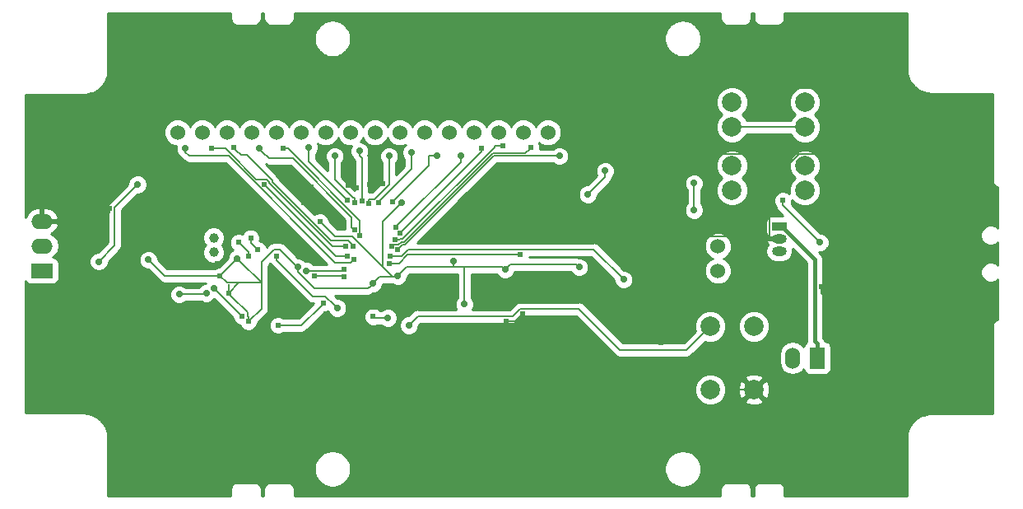
<source format=gbr>
%TF.GenerationSoftware,KiCad,Pcbnew,0.201511041201+6297~30~ubuntu15.04.1-product*%
%TF.CreationDate,2015-11-12T00:09:16+01:00*%
%TF.ProjectId,gp8-clock,6770382D636C6F636B2E6B696361645F,rev?*%
%TF.FileFunction,Copper,L1,Top,Signal*%
%FSLAX46Y46*%
G04 Gerber Fmt 4.6, Leading zero omitted, Abs format (unit mm)*
G04 Created by KiCad (PCBNEW 0.201511041201+6297~30~ubuntu15.04.1-product) date czw, 12 lis 2015, 00:09:16*
%MOMM*%
G01*
G04 APERTURE LIST*
%ADD10C,0.100000*%
%ADD11C,1.998980*%
%ADD12R,1.498600X0.949960*%
%ADD13O,1.498600X0.949960*%
%ADD14R,2.199640X1.524000*%
%ADD15O,2.199640X1.524000*%
%ADD16C,1.524000*%
%ADD17C,1.000760*%
%ADD18R,1.524000X2.199640*%
%ADD19O,1.524000X2.199640*%
%ADD20C,0.609600*%
%ADD21C,0.711200*%
%ADD22C,0.152400*%
%ADD23C,0.203200*%
%ADD24C,0.406400*%
%ADD25C,0.254000*%
G04 APERTURE END LIST*
D10*
D11*
X174854000Y-93441000D03*
X174854000Y-95981000D03*
X182354000Y-93441000D03*
X182354000Y-95981000D03*
X174854000Y-86941000D03*
X174854000Y-89481000D03*
X182354000Y-86941000D03*
X182354000Y-89481000D03*
D12*
X179705000Y-99715320D03*
D13*
X179705000Y-100965000D03*
X179705000Y-102214680D03*
D11*
X172603560Y-109959800D03*
X177104440Y-116462200D03*
X177104440Y-109959800D03*
X172603560Y-116462200D03*
D14*
X103854000Y-104251000D03*
D15*
X103854000Y-101711000D03*
X103854000Y-99171000D03*
D16*
X155904000Y-90011000D03*
X153364000Y-90011000D03*
X150824000Y-90011000D03*
X148284000Y-90011000D03*
X145744000Y-90011000D03*
X143204000Y-90011000D03*
X140664000Y-90011000D03*
X138124000Y-90011000D03*
X135584000Y-90011000D03*
X133044000Y-90011000D03*
X130504000Y-90011000D03*
X127964000Y-90011000D03*
X125424000Y-90011000D03*
X122884000Y-90011000D03*
X120344000Y-90011000D03*
X117804000Y-90011000D03*
X173414000Y-101711000D03*
X173414000Y-104251000D03*
D17*
X121539000Y-102349300D03*
X121539000Y-100850700D03*
D18*
X183624000Y-113211000D03*
D19*
X181084000Y-113211000D03*
D20*
X136194780Y-95758000D03*
X120813295Y-87299783D03*
X124148005Y-88204854D03*
X110800000Y-97800000D03*
X109854000Y-99171000D03*
X192151000Y-103505000D03*
X166116000Y-102108000D03*
X163703000Y-101727000D03*
X160401000Y-100076000D03*
X159004000Y-100076000D03*
X160909000Y-98806000D03*
X163195000Y-97790000D03*
X166497000Y-97663000D03*
X169164000Y-97663000D03*
X164084000Y-93980000D03*
X166370000Y-94234000D03*
X169164000Y-94107000D03*
X172212000Y-93091000D03*
X177165000Y-91440000D03*
X177165000Y-85979000D03*
X177927000Y-87503000D03*
X178816000Y-85598000D03*
X184785000Y-85471000D03*
X185166000Y-89789000D03*
X185420000Y-93218000D03*
X185420000Y-95631000D03*
X187071000Y-97536000D03*
X187833000Y-94869000D03*
X187452000Y-93091000D03*
X188976000Y-92212909D03*
X189484000Y-94107000D03*
X189357000Y-96393000D03*
X194564000Y-106299000D03*
X192151000Y-108458000D03*
X192278000Y-106426000D03*
X191770000Y-110490000D03*
X189992000Y-110236000D03*
X189992000Y-107442000D03*
X191008000Y-104140000D03*
X189484000Y-104648000D03*
X187833000Y-107696000D03*
X187833000Y-110236000D03*
X187960000Y-105664000D03*
X185166000Y-107696000D03*
X184023000Y-105918000D03*
X180594000Y-107696000D03*
X180467000Y-105664000D03*
X178943000Y-108204000D03*
X178181000Y-106426000D03*
X176403000Y-107569000D03*
X175514000Y-105918000D03*
X173990000Y-108331000D03*
X172466000Y-107061000D03*
X154305000Y-112903000D03*
X148844000Y-112903000D03*
X147701000Y-112903000D03*
X145288000Y-113411000D03*
X145161000Y-116713000D03*
X116840000Y-85344000D03*
X117475000Y-87757000D03*
X119380000Y-88265000D03*
X119634000Y-85090000D03*
X122047000Y-85344000D03*
X124460000Y-86106000D03*
X126492000Y-88138000D03*
X127635000Y-86106000D03*
X128905000Y-88265000D03*
X129667000Y-86233000D03*
X131445000Y-88138000D03*
X132080000Y-86360000D03*
X132461000Y-84709000D03*
X138049000Y-84963000D03*
X138557000Y-87630000D03*
X140716000Y-87630000D03*
X139827000Y-84836000D03*
X143891000Y-88392000D03*
X144653000Y-84836000D03*
X146939000Y-87122000D03*
X147828000Y-85090000D03*
X149606000Y-88138000D03*
X152908000Y-85217000D03*
X155321000Y-88392000D03*
X156337000Y-85979000D03*
X159131000Y-85471000D03*
X159385000Y-89027000D03*
X160020000Y-92964000D03*
X160782000Y-90043000D03*
X161417000Y-87249000D03*
X162179000Y-85090000D03*
X163576000Y-86741000D03*
X163068000Y-89027000D03*
X166497000Y-89662000D03*
X170053000Y-86233000D03*
X169164000Y-88900000D03*
X109093000Y-96012000D03*
X109347000Y-92837000D03*
X110744000Y-94488000D03*
X112395000Y-92583000D03*
X114427000Y-93980000D03*
X115697000Y-92710000D03*
X111760000Y-102870000D03*
X112649000Y-103251000D03*
X111125000Y-106680000D03*
X109093000Y-106426000D03*
X108966000Y-110871000D03*
X110109000Y-110744000D03*
X113538000Y-110998000D03*
X115824000Y-110617000D03*
X117602000Y-112141000D03*
X118745000Y-111252000D03*
X122428000Y-116459000D03*
X123571000Y-118110000D03*
X123444000Y-113792000D03*
X126238000Y-116713000D03*
X128016000Y-114173000D03*
X128524000Y-117094000D03*
X131572000Y-116205000D03*
X131064000Y-113284000D03*
X134239000Y-113665000D03*
X136525000Y-114173000D03*
X138303000Y-118237000D03*
X139954000Y-118491000D03*
X144145000Y-118364000D03*
X146431000Y-118237000D03*
X149606000Y-118237000D03*
X153543000Y-118237000D03*
X138878322Y-95317322D03*
X137541000Y-95377000D03*
X135382000Y-95504000D03*
X131572000Y-95631000D03*
X132842000Y-97790000D03*
X130810000Y-97282000D03*
X129413000Y-95504000D03*
X123190000Y-97028000D03*
X124841000Y-96774000D03*
X121285000Y-97028000D03*
X117602000Y-97155000D03*
X167513000Y-111633000D03*
X164211000Y-109220000D03*
X141122413Y-108678957D03*
X153035000Y-101219000D03*
X154940000Y-99822000D03*
X155321000Y-98425000D03*
X153924000Y-97282000D03*
X151638000Y-109474000D03*
X153289000Y-108712000D03*
X155321000Y-110236000D03*
X153670000Y-111506000D03*
X157734000Y-115697000D03*
X156210000Y-118110000D03*
X157480000Y-112141000D03*
X160147000Y-116586000D03*
X162306000Y-117856000D03*
X164338000Y-113411000D03*
X164846000Y-107823000D03*
X161036000Y-105156000D03*
X159131000Y-106553000D03*
X161671000Y-108331000D03*
X165989000Y-110109000D03*
X166497000Y-113411000D03*
X169291000Y-117221000D03*
X170942000Y-119126000D03*
X175260000Y-119253000D03*
X170942000Y-105791000D03*
X170180000Y-107569000D03*
X168656000Y-110490000D03*
X168910000Y-102235000D03*
X186563000Y-103251000D03*
X184785000Y-102108000D03*
X185547000Y-101981000D03*
X187325000Y-102489000D03*
X167767000Y-90805000D03*
X188087000Y-101600000D03*
X191008000Y-93345000D03*
X190754000Y-94234000D03*
X190754000Y-95123000D03*
X190754000Y-95885000D03*
X141986000Y-106807000D03*
X142875000Y-105918000D03*
X171577000Y-113665000D03*
X136779000Y-108204000D03*
X136398000Y-108966000D03*
X137414000Y-112522000D03*
X136017000Y-112649000D03*
X135128000Y-112649000D03*
X129286000Y-112395000D03*
X116586000Y-112649000D03*
X114935000Y-107823000D03*
X115951000Y-107823000D03*
X115824000Y-106172000D03*
X112776000Y-97790000D03*
X114935000Y-97028000D03*
X116459000Y-98425000D03*
X117602000Y-99441000D03*
X121920000Y-103505000D03*
X120269000Y-103632000D03*
D21*
X140462000Y-104775000D03*
X170942000Y-95250000D03*
X170942000Y-98000040D03*
X159131000Y-103886000D03*
X146239542Y-103276420D03*
X137922000Y-105537006D03*
X147320000Y-107696000D03*
X130175000Y-103886000D03*
X114808000Y-103124000D03*
D20*
X132461000Y-99187000D03*
D21*
X151511000Y-104140000D03*
X140843000Y-97282000D03*
X123952000Y-102997000D03*
D20*
X125095000Y-109474000D03*
X122174000Y-104775000D03*
X123063000Y-106560622D03*
D21*
X141605000Y-109855000D03*
D20*
X125095000Y-102743000D03*
X124079000Y-101346000D03*
X126065692Y-102108333D03*
X125333065Y-100867877D03*
D21*
X120777000Y-106553000D03*
X117983000Y-106680000D03*
X118618000Y-91694000D03*
D20*
X135959750Y-103077548D03*
X121285000Y-91694000D03*
X135080622Y-101695022D03*
X139700000Y-102742987D03*
D21*
X163703000Y-105156000D03*
D20*
X123571000Y-91567000D03*
X135840513Y-101751836D03*
D21*
X126238000Y-91694000D03*
D20*
X136041617Y-100055701D03*
X128651000Y-91694000D03*
X136582823Y-100592131D03*
D21*
X131318000Y-91566996D03*
D20*
X135290911Y-97021474D03*
X136031263Y-97201866D03*
D21*
X133985000Y-92456000D03*
X136525000Y-91947992D03*
D20*
X136780416Y-97062471D03*
X137501303Y-97309421D03*
D21*
X139573000Y-92456000D03*
X141859000Y-92075000D03*
D20*
X138483720Y-97220650D03*
X139954000Y-97155000D03*
D21*
X144526000Y-92456000D03*
D20*
X140231142Y-99780367D03*
D21*
X146939000Y-92456000D03*
D20*
X149098000Y-91694000D03*
X140653113Y-100414877D03*
X151256994Y-91440000D03*
X140219052Y-101041178D03*
X154178000Y-91567000D03*
X139808580Y-101715948D03*
X140462000Y-102108000D03*
D21*
X157099000Y-92456000D03*
D20*
X139573000Y-103505000D03*
D21*
X161798000Y-93980000D03*
X160020000Y-96393000D03*
D20*
X153035000Y-102616000D03*
X137922000Y-108966000D03*
D21*
X139446000Y-109093000D03*
D20*
X180086000Y-97028000D03*
D21*
X183896000Y-101346000D03*
D20*
X124460000Y-108966000D03*
D21*
X121539000Y-106045000D03*
X113700000Y-95378747D03*
X109700000Y-103300000D03*
D20*
X126740116Y-95378747D03*
X135266214Y-102761844D03*
X132842000Y-107568992D03*
X128143000Y-109855000D03*
X134970251Y-104855980D03*
X131851360Y-104800420D03*
X134962637Y-104094006D03*
D21*
X131064000Y-104267000D03*
D20*
X128016000Y-102743000D03*
D21*
X134239000Y-108077000D03*
D22*
X135382000Y-95504000D02*
X135940780Y-95504000D01*
X135940780Y-95504000D02*
X136194780Y-95758000D01*
X122047000Y-86103849D02*
X123792406Y-87849255D01*
X120813295Y-86796889D02*
X120813295Y-87299783D01*
X122047000Y-85344000D02*
X122047000Y-86103849D01*
X119634000Y-85090000D02*
X120813295Y-86269295D01*
X120813295Y-86269295D02*
X120813295Y-86796889D01*
X123792406Y-87849255D02*
X124148005Y-88204854D01*
X110800000Y-98225000D02*
X110800000Y-97800000D01*
X109854000Y-99171000D02*
X110800000Y-98225000D01*
X192151000Y-103505000D02*
X190754000Y-102108000D01*
X170053000Y-86233000D02*
X170053000Y-86995000D01*
X167386000Y-89662000D02*
X166497000Y-89662000D01*
X170053000Y-86995000D02*
X167386000Y-89662000D01*
X166116000Y-102108000D02*
X168783000Y-102108000D01*
X168783000Y-102108000D02*
X168910000Y-102235000D01*
X160401000Y-100076000D02*
X162052000Y-100076000D01*
X162052000Y-100076000D02*
X163703000Y-101727000D01*
X160909000Y-98806000D02*
X160274000Y-98806000D01*
X160274000Y-98806000D02*
X159004000Y-100076000D01*
X166497000Y-97663000D02*
X163322000Y-97663000D01*
X163322000Y-97663000D02*
X163195000Y-97790000D01*
X166370000Y-94234000D02*
X166370000Y-94869000D01*
X166370000Y-94869000D02*
X169164000Y-97663000D01*
X164084000Y-93980000D02*
X163068000Y-92964000D01*
X163068000Y-92964000D02*
X163068000Y-89027000D01*
X169164000Y-94107000D02*
X166497000Y-94107000D01*
X166497000Y-94107000D02*
X166370000Y-94234000D01*
X177165000Y-91440000D02*
X173863000Y-91440000D01*
X173863000Y-91440000D02*
X172212000Y-93091000D01*
X177927000Y-87503000D02*
X177927000Y-86741000D01*
X177927000Y-86741000D02*
X177165000Y-85979000D01*
X184785000Y-85471000D02*
X178943000Y-85471000D01*
X178943000Y-85471000D02*
X178816000Y-85598000D01*
X185420000Y-93218000D02*
X185420000Y-90043000D01*
X185420000Y-90043000D02*
X185166000Y-89789000D01*
X187071000Y-97536000D02*
X185420000Y-95885000D01*
X185420000Y-95885000D02*
X185420000Y-95631000D01*
X187452000Y-93091000D02*
X187452000Y-94488000D01*
X187452000Y-94488000D02*
X187833000Y-94869000D01*
X181764515Y-92212909D02*
X188976000Y-92212909D01*
X188976000Y-92212909D02*
X189875909Y-92212909D01*
X189484000Y-94107000D02*
X189484000Y-92720909D01*
X189484000Y-92720909D02*
X188976000Y-92212909D01*
X194564000Y-106299000D02*
X189357000Y-101092000D01*
X189357000Y-101092000D02*
X189357000Y-96393000D01*
X192278000Y-106426000D02*
X192278000Y-108331000D01*
X192278000Y-108331000D02*
X192151000Y-108458000D01*
X189992000Y-110236000D02*
X191516000Y-110236000D01*
X191516000Y-110236000D02*
X191770000Y-110490000D01*
X191008000Y-104140000D02*
X189992000Y-105156000D01*
X189992000Y-105156000D02*
X189992000Y-107442000D01*
X187833000Y-107696000D02*
X187833000Y-106299000D01*
X187833000Y-106299000D02*
X189484000Y-104648000D01*
X187960000Y-105664000D02*
X187960000Y-110109000D01*
X187960000Y-110109000D02*
X187833000Y-110236000D01*
X184023000Y-105918000D02*
X184023000Y-106553000D01*
X184023000Y-106553000D02*
X185166000Y-107696000D01*
X180467000Y-105664000D02*
X180467000Y-106680000D01*
X180467000Y-106680000D02*
X180594000Y-106807000D01*
X180594000Y-106807000D02*
X180594000Y-107696000D01*
X178181000Y-106426000D02*
X178181000Y-107442000D01*
X178181000Y-107442000D02*
X178943000Y-108204000D01*
X175514000Y-105918000D02*
X175514000Y-106680000D01*
X175514000Y-106680000D02*
X176403000Y-107569000D01*
X172466000Y-107061000D02*
X173736000Y-108331000D01*
X173736000Y-108331000D02*
X173990000Y-108331000D01*
X148844000Y-112903000D02*
X154305000Y-112903000D01*
X145288000Y-113411000D02*
X145796000Y-112903000D01*
X145796000Y-112903000D02*
X147701000Y-112903000D01*
X144145000Y-118364000D02*
X144145000Y-117729000D01*
X144145000Y-117729000D02*
X145161000Y-116713000D01*
X138303000Y-118237000D02*
X138176000Y-118110000D01*
X138176000Y-118110000D02*
X138176000Y-115824000D01*
X138176000Y-115824000D02*
X136525000Y-114173000D01*
X116840000Y-85344000D02*
X116840000Y-85775052D01*
X116840000Y-85775052D02*
X116332000Y-86283052D01*
X116332000Y-86283052D02*
X116332000Y-91643948D01*
X116332000Y-91643948D02*
X115697000Y-92278948D01*
X115697000Y-92278948D02*
X115697000Y-92710000D01*
X119380000Y-88265000D02*
X117983000Y-88265000D01*
X117983000Y-88265000D02*
X117475000Y-87757000D01*
X126492000Y-88138000D02*
X124460000Y-86106000D01*
X128905000Y-88265000D02*
X127635000Y-86995000D01*
X127635000Y-86995000D02*
X127635000Y-86106000D01*
X131445000Y-88138000D02*
X129667000Y-86360000D01*
X129667000Y-86360000D02*
X129667000Y-86233000D01*
X132461000Y-84709000D02*
X132080000Y-85090000D01*
X132080000Y-85090000D02*
X132080000Y-86360000D01*
X138557000Y-87630000D02*
X138557000Y-85471000D01*
X138557000Y-85471000D02*
X138049000Y-84963000D01*
X139827000Y-84836000D02*
X140716000Y-85725000D01*
X140716000Y-85725000D02*
X140716000Y-87630000D01*
X144653000Y-84836000D02*
X143891000Y-85598000D01*
X143891000Y-85598000D02*
X143891000Y-88392000D01*
X147828000Y-85090000D02*
X147828000Y-86233000D01*
X147828000Y-86233000D02*
X146939000Y-87122000D01*
X152908000Y-85217000D02*
X149987000Y-88138000D01*
X149987000Y-88138000D02*
X149606000Y-88138000D01*
X156337000Y-85979000D02*
X156337000Y-87376000D01*
X156337000Y-87376000D02*
X155321000Y-88392000D01*
X159385000Y-89027000D02*
X159385000Y-85725000D01*
X159385000Y-85725000D02*
X159131000Y-85471000D01*
X160782000Y-90043000D02*
X160782000Y-92202000D01*
X160782000Y-92202000D02*
X160020000Y-92964000D01*
X162179000Y-85090000D02*
X162179000Y-86487000D01*
X162179000Y-86487000D02*
X161417000Y-87249000D01*
X163068000Y-89027000D02*
X163068000Y-87249000D01*
X163068000Y-87249000D02*
X163576000Y-86741000D01*
X167767000Y-90805000D02*
X167767000Y-90297000D01*
X167767000Y-90297000D02*
X169164000Y-88900000D01*
X109093000Y-96012000D02*
X109854000Y-96773000D01*
X109854000Y-96773000D02*
X109854000Y-99171000D01*
X110744000Y-94488000D02*
X109347000Y-93091000D01*
X109347000Y-93091000D02*
X109347000Y-92837000D01*
X114427000Y-93980000D02*
X113030000Y-92583000D01*
X113030000Y-92583000D02*
X112395000Y-92583000D01*
X111760000Y-102870000D02*
X115697000Y-98933000D01*
X115697000Y-98933000D02*
X115697000Y-92710000D01*
X111125000Y-106680000D02*
X112649000Y-105156000D01*
X112649000Y-105156000D02*
X112649000Y-103251000D01*
X108966000Y-110871000D02*
X108966000Y-106553000D01*
X108966000Y-106553000D02*
X109093000Y-106426000D01*
X113538000Y-110998000D02*
X110363000Y-110998000D01*
X110363000Y-110998000D02*
X110109000Y-110744000D01*
X117602000Y-112141000D02*
X116078000Y-110617000D01*
X116078000Y-110617000D02*
X115824000Y-110617000D01*
X122428000Y-116459000D02*
X118745000Y-112776000D01*
X118745000Y-112776000D02*
X118745000Y-111252000D01*
X123444000Y-113792000D02*
X123444000Y-117983000D01*
X123444000Y-117983000D02*
X123571000Y-118110000D01*
X128016000Y-114173000D02*
X126238000Y-115951000D01*
X126238000Y-115951000D02*
X126238000Y-116713000D01*
X131572000Y-116205000D02*
X130683000Y-117094000D01*
X130683000Y-117094000D02*
X128524000Y-117094000D01*
X134239000Y-113665000D02*
X133858000Y-113284000D01*
X133858000Y-113284000D02*
X131064000Y-113284000D01*
X144145000Y-118364000D02*
X140081000Y-118364000D01*
X140081000Y-118364000D02*
X139954000Y-118491000D01*
X149606000Y-118237000D02*
X146431000Y-118237000D01*
X156210000Y-118110000D02*
X153670000Y-118110000D01*
X153670000Y-118110000D02*
X153543000Y-118237000D01*
X137541000Y-95377000D02*
X138818644Y-95377000D01*
X138818644Y-95377000D02*
X138878322Y-95317322D01*
X132842000Y-97790000D02*
X131572000Y-96520000D01*
X131572000Y-96520000D02*
X131572000Y-95631000D01*
X129413000Y-95504000D02*
X130810000Y-96901000D01*
X130810000Y-96901000D02*
X130810000Y-97282000D01*
X124841000Y-96774000D02*
X123444000Y-96774000D01*
X123444000Y-96774000D02*
X123190000Y-97028000D01*
X117602000Y-97155000D02*
X121158000Y-97155000D01*
X121158000Y-97155000D02*
X121285000Y-97028000D01*
X167944052Y-111633000D02*
X167513000Y-111633000D01*
X168579799Y-111582201D02*
X168529000Y-111633000D01*
X168656000Y-110490000D02*
X168656000Y-111506000D01*
X168656000Y-111506000D02*
X168579799Y-111582201D01*
X168529000Y-111633000D02*
X167944052Y-111633000D01*
X164515799Y-108915201D02*
X164211000Y-109220000D01*
X164846000Y-107823000D02*
X164846000Y-108585000D01*
X164846000Y-108585000D02*
X164515799Y-108915201D01*
X140817614Y-108374158D02*
X141122413Y-108678957D01*
X140647456Y-108204000D02*
X140817614Y-108374158D01*
X136779000Y-108204000D02*
X140647456Y-108204000D01*
X154940000Y-99822000D02*
X153543000Y-101219000D01*
X153543000Y-101219000D02*
X153035000Y-101219000D01*
X153924000Y-97282000D02*
X155067000Y-98425000D01*
X155067000Y-98425000D02*
X155321000Y-98425000D01*
X153289000Y-108712000D02*
X152527000Y-109474000D01*
X152527000Y-109474000D02*
X151638000Y-109474000D01*
X153670000Y-111506000D02*
X154940000Y-110236000D01*
X154940000Y-110236000D02*
X155321000Y-110236000D01*
X156210000Y-118110000D02*
X156210000Y-117221000D01*
X156210000Y-117221000D02*
X157734000Y-115697000D01*
X160147000Y-116586000D02*
X160147000Y-114808000D01*
X160147000Y-114808000D02*
X157480000Y-112141000D01*
X164338000Y-113411000D02*
X164338000Y-115824000D01*
X164338000Y-115824000D02*
X162306000Y-117856000D01*
X159131000Y-106553000D02*
X159639000Y-106553000D01*
X159639000Y-106553000D02*
X161036000Y-105156000D01*
X165989000Y-110109000D02*
X163449000Y-110109000D01*
X163449000Y-110109000D02*
X161671000Y-108331000D01*
X169291000Y-117221000D02*
X169291000Y-116205000D01*
X169291000Y-116205000D02*
X166497000Y-113411000D01*
X175260000Y-119253000D02*
X171069000Y-119253000D01*
X171069000Y-119253000D02*
X170942000Y-119126000D01*
X170180000Y-107569000D02*
X170180000Y-106553000D01*
X170180000Y-106553000D02*
X170942000Y-105791000D01*
X178803300Y-100965000D02*
X178558699Y-100720399D01*
X178558699Y-100720399D02*
X170424601Y-100720399D01*
X170424601Y-100720399D02*
X168910000Y-102235000D01*
X184785000Y-102108000D02*
X185928000Y-103251000D01*
X185928000Y-103251000D02*
X186563000Y-103251000D01*
X187325000Y-102489000D02*
X186055000Y-102489000D01*
X186055000Y-102489000D02*
X185547000Y-101981000D01*
X181764515Y-92212909D02*
X169174909Y-92212909D01*
X169174909Y-92212909D02*
X167767000Y-90805000D01*
X179705000Y-100965000D02*
X178803300Y-100965000D01*
X178803300Y-100965000D02*
X178727099Y-100888799D01*
X178727099Y-95250325D02*
X181764515Y-92212909D01*
X178727099Y-100888799D02*
X178727099Y-95250325D01*
X189875909Y-92212909D02*
X190703201Y-93040201D01*
X190703201Y-93040201D02*
X191008000Y-93345000D01*
X190754000Y-102108000D02*
X188595000Y-102108000D01*
X188595000Y-102108000D02*
X188087000Y-101600000D01*
X190754000Y-94234000D02*
X190754000Y-93599000D01*
X190754000Y-93599000D02*
X191008000Y-93345000D01*
X190754000Y-102108000D02*
X190754000Y-95885000D01*
X142875000Y-105918000D02*
X141986000Y-106807000D01*
X171577000Y-113665000D02*
X172720000Y-113665000D01*
X172720000Y-113665000D02*
X175517200Y-116462200D01*
X175517200Y-116462200D02*
X177104440Y-116462200D01*
X136398000Y-108966000D02*
X136398000Y-108585000D01*
X136398000Y-108585000D02*
X136779000Y-108204000D01*
X136017000Y-112649000D02*
X137287000Y-112649000D01*
X137287000Y-112649000D02*
X137414000Y-112522000D01*
X129286000Y-112395000D02*
X134874000Y-112395000D01*
X134874000Y-112395000D02*
X135128000Y-112649000D01*
X114935000Y-107823000D02*
X114935000Y-110998000D01*
X114935000Y-110998000D02*
X116586000Y-112649000D01*
X115824000Y-106172000D02*
X115824000Y-107696000D01*
X115824000Y-107696000D02*
X115951000Y-107823000D01*
X114935000Y-97028000D02*
X113538000Y-97028000D01*
X113538000Y-97028000D02*
X112776000Y-97790000D01*
X117602000Y-99441000D02*
X116586000Y-98425000D01*
X116586000Y-98425000D02*
X116459000Y-98425000D01*
X120269000Y-103632000D02*
X121793000Y-103632000D01*
X121793000Y-103632000D02*
X121920000Y-103505000D01*
D23*
X146050000Y-103835201D02*
X141401799Y-103835201D01*
X140766799Y-104470201D02*
X140462000Y-104775000D01*
X141401799Y-103835201D02*
X140766799Y-104470201D01*
X138557004Y-104902002D02*
X140030948Y-104902002D01*
X140334998Y-104902002D02*
X140462000Y-104775000D01*
X140030948Y-104902002D02*
X140334998Y-104902002D01*
X139954002Y-104902002D02*
X140030948Y-104902002D01*
X139148179Y-104096179D02*
X139954002Y-104902002D01*
X137922000Y-105537006D02*
X138557004Y-104902002D01*
X140538201Y-97586799D02*
X140843000Y-97282000D01*
X139148179Y-104096179D02*
X138912598Y-103860598D01*
X138912598Y-103860598D02*
X138912598Y-99212402D01*
X138912598Y-99212402D02*
X140538201Y-97586799D01*
X170942000Y-98000040D02*
X170942000Y-95250000D01*
X159131000Y-103886000D02*
X158826201Y-103581201D01*
X158826201Y-103581201D02*
X152069799Y-103581201D01*
X152069799Y-103581201D02*
X151815799Y-103835201D01*
X151815799Y-103835201D02*
X151511000Y-104140000D01*
X146050000Y-103835201D02*
X146111813Y-103835201D01*
X146111813Y-103835201D02*
X146239542Y-103707472D01*
X146239542Y-103707472D02*
X146239542Y-103276420D01*
X131897853Y-106039905D02*
X137419101Y-106039905D01*
X137617201Y-105841805D02*
X137922000Y-105537006D01*
X137419101Y-106039905D02*
X137617201Y-105841805D01*
X130175000Y-104317052D02*
X131897853Y-106039905D01*
X130175000Y-103886000D02*
X130175000Y-104317052D01*
X147320000Y-103835201D02*
X146050000Y-103835201D01*
X151206201Y-103835201D02*
X147320000Y-103835201D01*
X147320000Y-107264948D02*
X147320000Y-103835201D01*
X147320000Y-107696000D02*
X147320000Y-107264948D01*
X126441201Y-103682799D02*
X126441201Y-103340405D01*
X126441201Y-103340405D02*
X127699007Y-102082599D01*
X127699007Y-102082599D02*
X128371599Y-102082599D01*
X128371599Y-102082599D02*
X129870201Y-103581201D01*
X129870201Y-103581201D02*
X130175000Y-103886000D01*
X126441201Y-105486201D02*
X126441201Y-103682799D01*
X126441201Y-103682799D02*
X126492000Y-103632000D01*
X130175000Y-103759000D02*
X130175000Y-103886000D01*
X122174000Y-104775000D02*
X116459000Y-104775000D01*
X116459000Y-104775000D02*
X114808000Y-103124000D01*
X135768103Y-100716103D02*
X139148179Y-104096179D01*
X132461000Y-99187000D02*
X133990103Y-100716103D01*
X133990103Y-100716103D02*
X135768103Y-100716103D01*
X124137421Y-105486201D02*
X122885201Y-105486201D01*
X122885201Y-105486201D02*
X122174000Y-104775000D01*
X126441201Y-105486201D02*
X124137421Y-105486201D01*
X124137421Y-105486201D02*
X123063000Y-106560622D01*
X126441201Y-105486201D02*
X126441201Y-108127799D01*
X126441201Y-108127799D02*
X125095000Y-109474000D01*
X126441201Y-105486201D02*
X124256799Y-103301799D01*
X124256799Y-103301799D02*
X123952000Y-102997000D01*
X151511000Y-104140000D02*
X151206201Y-103835201D01*
X123952000Y-102997000D02*
X122174000Y-104775000D01*
X125095000Y-109474000D02*
X125095000Y-109042948D01*
D22*
X125095000Y-109042948D02*
X124993401Y-108941349D01*
X124993401Y-108941349D02*
X124993401Y-108491023D01*
D23*
X124993401Y-108491023D02*
X123367799Y-106865421D01*
X123367799Y-106865421D02*
X123063000Y-106560622D01*
X123063000Y-106560622D02*
X123063000Y-105664000D01*
X141605000Y-109855000D02*
X142519401Y-108940599D01*
X170168360Y-112395000D02*
X171604071Y-110959289D01*
D22*
X142519401Y-108940599D02*
X152270967Y-108940599D01*
X152270967Y-108940599D02*
X153032967Y-108178599D01*
D23*
X171604071Y-110959289D02*
X172603560Y-109959800D01*
D22*
X153032967Y-108178599D02*
X159105599Y-108178599D01*
D23*
X159105599Y-108178599D02*
X163322000Y-112395000D01*
X163322000Y-112395000D02*
X170168360Y-112395000D01*
X182354000Y-89481000D02*
X174854000Y-89481000D01*
X124079000Y-101346000D02*
X125095000Y-102362000D01*
X125095000Y-102362000D02*
X125095000Y-102743000D01*
X126065692Y-102108333D02*
X125333065Y-101375706D01*
X125333065Y-101375706D02*
X125333065Y-101298929D01*
X125333065Y-101298929D02*
X125333065Y-100867877D01*
X117983000Y-106680000D02*
X120650000Y-106680000D01*
X120650000Y-106680000D02*
X120777000Y-106553000D01*
D22*
X118618000Y-92075000D02*
X118618000Y-91694000D01*
X118999000Y-92456000D02*
X118618000Y-92075000D01*
X123063000Y-92456000D02*
X118999000Y-92456000D01*
X133989347Y-103382347D02*
X123063000Y-92456000D01*
D23*
X133989347Y-103382347D02*
X135654951Y-103382347D01*
X135654951Y-103382347D02*
X135959750Y-103077548D01*
X122732066Y-91694000D02*
X121716052Y-91694000D01*
X122960646Y-91922580D02*
X122732066Y-91694000D01*
X121716052Y-91694000D02*
X121285000Y-91694000D01*
D22*
X126996150Y-94845345D02*
X125883411Y-94845345D01*
D23*
X135080622Y-101695022D02*
X133718827Y-101695022D01*
D22*
X127273518Y-95249713D02*
X127273518Y-95122713D01*
X127273518Y-95122713D02*
X126996150Y-94845345D01*
X133718827Y-101695022D02*
X127273518Y-95249713D01*
X125883411Y-94845345D02*
X122960646Y-91922580D01*
D23*
X140131052Y-102742987D02*
X139700000Y-102742987D01*
D22*
X140893067Y-102742987D02*
X140131052Y-102742987D01*
X141553456Y-102082598D02*
X140893067Y-102742987D01*
X160629598Y-102082598D02*
X141553456Y-102082598D01*
D23*
X163703000Y-105156000D02*
X160629598Y-102082598D01*
X123875799Y-91871799D02*
X123571000Y-91567000D01*
X124375281Y-92371281D02*
X123875799Y-91871799D01*
X124953153Y-92371281D02*
X124375281Y-92371281D01*
D22*
X127578329Y-95123457D02*
X127578329Y-94996457D01*
X133616492Y-101161620D02*
X127578329Y-95123457D01*
X135336656Y-101161620D02*
X133616492Y-101161620D01*
D23*
X135840513Y-101751836D02*
X135840513Y-101665477D01*
D22*
X127578329Y-94996457D02*
X124953153Y-92371281D01*
X135840513Y-101665477D02*
X135336656Y-101161620D01*
X129696758Y-92684599D02*
X127228599Y-92684599D01*
X135736818Y-98724659D02*
X129696758Y-92684599D01*
X135736818Y-99750902D02*
X135736818Y-98724659D01*
X126593599Y-92049599D02*
X126238000Y-91694000D01*
X127228599Y-92684599D02*
X126593599Y-92049599D01*
D23*
X135736818Y-99750902D02*
X136041617Y-100055701D01*
X129082052Y-91694000D02*
X128651000Y-91694000D01*
X129437647Y-91922580D02*
X129209067Y-91694000D01*
X129209067Y-91694000D02*
X129082052Y-91694000D01*
D22*
X136582823Y-99067756D02*
X129437647Y-91922580D01*
X136582823Y-100592131D02*
X136582823Y-99067756D01*
D23*
X131318000Y-92069890D02*
X131318000Y-91566996D01*
X131318000Y-93048563D02*
X131318000Y-92069890D01*
X135290911Y-97021474D02*
X131318000Y-93048563D01*
X133985000Y-92456000D02*
X133985000Y-94869000D01*
D22*
X133985000Y-94869000D02*
X135886814Y-96770814D01*
D23*
X136031263Y-96770814D02*
X136031263Y-97201866D01*
X135886814Y-96770814D02*
X136031263Y-96770814D01*
D22*
X136525000Y-92450886D02*
X136525000Y-91947992D01*
X136779000Y-97061055D02*
X136779000Y-92704886D01*
X136779000Y-92704886D02*
X136525000Y-92450886D01*
D23*
X136779000Y-97061055D02*
X136780416Y-97062471D01*
X137501303Y-96878369D02*
X137501303Y-97309421D01*
D22*
X138071631Y-96878369D02*
X137501303Y-96878369D01*
X139573000Y-95377000D02*
X138071631Y-96878369D01*
D23*
X139573000Y-92456000D02*
X139573000Y-95377000D01*
D22*
X141859000Y-93802934D02*
X141859000Y-92577894D01*
X138788519Y-96873415D02*
X141859000Y-93802934D01*
X141859000Y-92577894D02*
X141859000Y-92075000D01*
D23*
X138788519Y-96915851D02*
X138483720Y-97220650D01*
X138788519Y-96873415D02*
X138788519Y-96915851D01*
D22*
X143637000Y-93472000D02*
X140258799Y-96850201D01*
X143637000Y-92456000D02*
X143637000Y-93472000D01*
X140258799Y-96850201D02*
X139954000Y-97155000D01*
D23*
X144526000Y-92456000D02*
X143637000Y-92456000D01*
X140535941Y-99475568D02*
X140231142Y-99780367D01*
X146939000Y-93072509D02*
X140535941Y-99475568D01*
X146939000Y-92456000D02*
X146939000Y-93072509D01*
X149098000Y-91969990D02*
X149098000Y-91694000D01*
X140653113Y-100414877D02*
X149098000Y-91969990D01*
X150825942Y-91440000D02*
X151256994Y-91440000D01*
X150521867Y-91440000D02*
X150825942Y-91440000D01*
X150344098Y-91617769D02*
X150521867Y-91440000D01*
D22*
X140650104Y-101041178D02*
X140700904Y-100990378D01*
X140700904Y-100990378D02*
X140971489Y-100990378D01*
X140219052Y-101041178D02*
X140650104Y-101041178D01*
X140971489Y-100990378D02*
X150344098Y-91617769D01*
X153781209Y-91922580D02*
X153822420Y-91922580D01*
X153822420Y-91922580D02*
X153873201Y-91871799D01*
D23*
X153873201Y-91871799D02*
X154178000Y-91567000D01*
D22*
X139808580Y-101715948D02*
X139949930Y-101574598D01*
X140843744Y-101295189D02*
X141097745Y-101295189D01*
X140564335Y-101574598D02*
X140843744Y-101295189D01*
X139949930Y-101574598D02*
X140564335Y-101574598D01*
X150241744Y-92151189D02*
X153552600Y-92151189D01*
X153552600Y-92151189D02*
X153781209Y-91922580D01*
X141097745Y-101295189D02*
X150241744Y-92151189D01*
X150368000Y-92456000D02*
X141224000Y-101600000D01*
X140970000Y-101600000D02*
X140462000Y-102108000D01*
X157099000Y-92456000D02*
X150368000Y-92456000D01*
X141224000Y-101600000D02*
X140970000Y-101600000D01*
D23*
X140004052Y-103505000D02*
X139573000Y-103505000D01*
X140588998Y-103505000D02*
X140004052Y-103505000D01*
D22*
X153035000Y-102616000D02*
X141477998Y-102616000D01*
X141477998Y-102616000D02*
X140588998Y-103505000D01*
D23*
X160020000Y-96393000D02*
X161798000Y-94615000D01*
X161798000Y-94615000D02*
X161798000Y-93980000D01*
X138049000Y-109093000D02*
X137922000Y-108966000D01*
X139446000Y-109093000D02*
X138049000Y-109093000D01*
X180086000Y-97536000D02*
X180086000Y-97028000D01*
X183896000Y-101346000D02*
X180086000Y-97536000D01*
X121539000Y-106045000D02*
X124460000Y-108966000D01*
X109700000Y-103300000D02*
X111333401Y-101666599D01*
D22*
X111333401Y-101666599D02*
X111333401Y-97745346D01*
X111333401Y-97745346D02*
X113700000Y-95378747D01*
D23*
X127044915Y-95683546D02*
X126740116Y-95378747D01*
X134123213Y-102761844D02*
X127044915Y-95683546D01*
X135266214Y-102761844D02*
X134123213Y-102761844D01*
X132537201Y-107873791D02*
X132842000Y-107568992D01*
X130555992Y-109855000D02*
X132537201Y-107873791D01*
X128143000Y-109855000D02*
X130555992Y-109855000D01*
X134914691Y-104800420D02*
X134970251Y-104855980D01*
X131851360Y-104800420D02*
X134914691Y-104800420D01*
D22*
X131064000Y-104267000D02*
X134789643Y-104267000D01*
D23*
X134789643Y-104267000D02*
X134962637Y-104094006D01*
X128016000Y-102743000D02*
X128016000Y-103174052D01*
X128016000Y-103174052D02*
X131699000Y-106857052D01*
X133934201Y-107772201D02*
X134239000Y-108077000D01*
X131699000Y-106857052D02*
X133019052Y-106857052D01*
X133019052Y-106857052D02*
X133934201Y-107772201D01*
D24*
X179705000Y-99715320D02*
X179979320Y-99715320D01*
X179979320Y-99715320D02*
X183362599Y-103098599D01*
X183362599Y-103098599D02*
X183362599Y-111443379D01*
X183362599Y-111443379D02*
X183624000Y-111704780D01*
X183624000Y-111704780D02*
X183624000Y-113211000D01*
D25*
G36*
X123252064Y-78319017D02*
X123304207Y-78581155D01*
X123452696Y-78803385D01*
X123674926Y-78951874D01*
X123937064Y-79004017D01*
X125757177Y-79004017D01*
X126019315Y-78951874D01*
X126241545Y-78803385D01*
X126390034Y-78581155D01*
X126442177Y-78319017D01*
X126442177Y-77786934D01*
X126653615Y-77786934D01*
X126653615Y-78319017D01*
X126705758Y-78581155D01*
X126854247Y-78803385D01*
X127076477Y-78951874D01*
X127338615Y-79004017D01*
X129159279Y-79004017D01*
X129421417Y-78951874D01*
X129643647Y-78803385D01*
X129792136Y-78581155D01*
X129844279Y-78319017D01*
X129844279Y-77786934D01*
X173657946Y-77786934D01*
X173657946Y-78319017D01*
X173710089Y-78581155D01*
X173858578Y-78803385D01*
X174080808Y-78951874D01*
X174342946Y-79004017D01*
X176163059Y-79004017D01*
X176425197Y-78951874D01*
X176647427Y-78803385D01*
X176795916Y-78581155D01*
X176848059Y-78319017D01*
X176848059Y-77786934D01*
X177059495Y-77786934D01*
X177059495Y-78319017D01*
X177111638Y-78581155D01*
X177260127Y-78803385D01*
X177482357Y-78951874D01*
X177744495Y-79004017D01*
X179565161Y-79004017D01*
X179827299Y-78951874D01*
X180049529Y-78803385D01*
X180198018Y-78581155D01*
X180250161Y-78319017D01*
X180250161Y-77786934D01*
X192838584Y-77786934D01*
X192838584Y-83658088D01*
X192846107Y-83695906D01*
X192842840Y-83734324D01*
X192881606Y-84080481D01*
X192904593Y-84152769D01*
X192914899Y-84227924D01*
X193026143Y-84549926D01*
X193062795Y-84612625D01*
X193087551Y-84680900D01*
X193263691Y-84971960D01*
X193310126Y-85022758D01*
X193345995Y-85081497D01*
X193579448Y-85334842D01*
X193632446Y-85373474D01*
X193676616Y-85421946D01*
X193959804Y-85630794D01*
X194017205Y-85657754D01*
X194067788Y-85695999D01*
X194393125Y-85853569D01*
X194453459Y-85869276D01*
X194509159Y-85897298D01*
X194869064Y-85996812D01*
X194930936Y-86001362D01*
X194990460Y-86018850D01*
X195377350Y-86053529D01*
X195408136Y-86050224D01*
X195438507Y-86056265D01*
X201615000Y-86056265D01*
X201615000Y-95000000D01*
X201667143Y-95262138D01*
X201815632Y-95484368D01*
X202037862Y-95632857D01*
X202184000Y-95661926D01*
X202184000Y-99870937D01*
X202037514Y-99724195D01*
X201657694Y-99566480D01*
X201246431Y-99566121D01*
X200866336Y-99723173D01*
X200575275Y-100013726D01*
X200417560Y-100393546D01*
X200417201Y-100804809D01*
X200574253Y-101184904D01*
X200864806Y-101475965D01*
X201244626Y-101633680D01*
X201655889Y-101634039D01*
X202035984Y-101476987D01*
X202184000Y-101329229D01*
X202184000Y-103665693D01*
X202040054Y-103521495D01*
X201660234Y-103363780D01*
X201248971Y-103363421D01*
X200868876Y-103520473D01*
X200577815Y-103811026D01*
X200420100Y-104190846D01*
X200419741Y-104602109D01*
X200576793Y-104982204D01*
X200867346Y-105273265D01*
X201247166Y-105430980D01*
X201658429Y-105431339D01*
X202038524Y-105274287D01*
X202184000Y-105129065D01*
X202184000Y-109238074D01*
X202037862Y-109267143D01*
X201815632Y-109415632D01*
X201667143Y-109637862D01*
X201615000Y-109900000D01*
X201615000Y-118905709D01*
X195438507Y-118905709D01*
X195408119Y-118911754D01*
X195377312Y-118908448D01*
X194990422Y-118943150D01*
X194930865Y-118960651D01*
X194868956Y-118965214D01*
X194509052Y-119064791D01*
X194453342Y-119092829D01*
X194392987Y-119108556D01*
X194067650Y-119266216D01*
X194017069Y-119304477D01*
X193959677Y-119331449D01*
X193676488Y-119540398D01*
X193632334Y-119588874D01*
X193579355Y-119627509D01*
X193345901Y-119880956D01*
X193310054Y-119939686D01*
X193263642Y-119990473D01*
X193087502Y-120281624D01*
X193062764Y-120349876D01*
X193026130Y-120412553D01*
X192914887Y-120734613D01*
X192904587Y-120809749D01*
X192881605Y-120882025D01*
X192842839Y-121228208D01*
X192846106Y-121266624D01*
X192838584Y-121304439D01*
X192838584Y-127365210D01*
X180250161Y-127365210D01*
X180250161Y-126688158D01*
X180198018Y-126426020D01*
X180049529Y-126203790D01*
X179827299Y-126055301D01*
X179565161Y-126003158D01*
X177744495Y-126003158D01*
X177482357Y-126055301D01*
X177260127Y-126203790D01*
X177111638Y-126426020D01*
X177059495Y-126688158D01*
X177059495Y-127365210D01*
X176848059Y-127365210D01*
X176848059Y-126688158D01*
X176795916Y-126426020D01*
X176647427Y-126203790D01*
X176425197Y-126055301D01*
X176163059Y-126003158D01*
X174342946Y-126003158D01*
X174080808Y-126055301D01*
X173858578Y-126203790D01*
X173710089Y-126426020D01*
X173657946Y-126688158D01*
X173657946Y-127365210D01*
X129844279Y-127365210D01*
X129844279Y-126688158D01*
X129792136Y-126426020D01*
X129643647Y-126203790D01*
X129421417Y-126055301D01*
X129159279Y-126003158D01*
X127338615Y-126003158D01*
X127076477Y-126055301D01*
X126854247Y-126203790D01*
X126705758Y-126426020D01*
X126653615Y-126688158D01*
X126653615Y-127365210D01*
X126442177Y-127365210D01*
X126442177Y-126688158D01*
X126390034Y-126426020D01*
X126241545Y-126203790D01*
X126019315Y-126055301D01*
X125757177Y-126003158D01*
X123937064Y-126003158D01*
X123674926Y-126055301D01*
X123452696Y-126203790D01*
X123304207Y-126426020D01*
X123252064Y-126688158D01*
X123252064Y-127365210D01*
X110650410Y-127365210D01*
X110650410Y-124557889D01*
X131856057Y-124557889D01*
X131862665Y-124626561D01*
X131856057Y-124695233D01*
X131880751Y-124940315D01*
X131900899Y-125006200D01*
X131908095Y-125074722D01*
X131978955Y-125302992D01*
X132011135Y-125362272D01*
X132031128Y-125426689D01*
X132143250Y-125633256D01*
X132185562Y-125684144D01*
X132216911Y-125742426D01*
X132365405Y-125922403D01*
X132416294Y-125963943D01*
X132457830Y-126014827D01*
X132637806Y-126163321D01*
X132696088Y-126194670D01*
X132746977Y-126236983D01*
X132953543Y-126349104D01*
X133017961Y-126369097D01*
X133077239Y-126401276D01*
X133305508Y-126472136D01*
X133374030Y-126479332D01*
X133439914Y-126499480D01*
X133684996Y-126524175D01*
X133753670Y-126517567D01*
X133822344Y-126524175D01*
X134067426Y-126499480D01*
X134133310Y-126479332D01*
X134201831Y-126472136D01*
X134430101Y-126401276D01*
X134489380Y-126369096D01*
X134553795Y-126349104D01*
X134760362Y-126236983D01*
X134811249Y-126194672D01*
X134869537Y-126163320D01*
X135049512Y-126014826D01*
X135091051Y-125963939D01*
X135141933Y-125922404D01*
X135290428Y-125742428D01*
X135321779Y-125684142D01*
X135364092Y-125633253D01*
X135476213Y-125426686D01*
X135496205Y-125362271D01*
X135528385Y-125302992D01*
X135599245Y-125074723D01*
X135606441Y-125006201D01*
X135626589Y-124940317D01*
X135651284Y-124695235D01*
X135647955Y-124660644D01*
X135654735Y-124626561D01*
X135647955Y-124592478D01*
X135651283Y-124557889D01*
X167889781Y-124557889D01*
X167896389Y-124626561D01*
X167889781Y-124695233D01*
X167914475Y-124940315D01*
X167934623Y-125006200D01*
X167941819Y-125074722D01*
X168012679Y-125302992D01*
X168044859Y-125362271D01*
X168064851Y-125426686D01*
X168176972Y-125633255D01*
X168219286Y-125684145D01*
X168250635Y-125742428D01*
X168399129Y-125922405D01*
X168450018Y-125963946D01*
X168491557Y-126014832D01*
X168671533Y-126163323D01*
X168729815Y-126194672D01*
X168780705Y-126236985D01*
X168987274Y-126349106D01*
X169051690Y-126369098D01*
X169110966Y-126401276D01*
X169339235Y-126472136D01*
X169407757Y-126479332D01*
X169473641Y-126499480D01*
X169718723Y-126524175D01*
X169787397Y-126517567D01*
X169856071Y-126524175D01*
X170101153Y-126499480D01*
X170167037Y-126479332D01*
X170235558Y-126472136D01*
X170463828Y-126401276D01*
X170523106Y-126369097D01*
X170587524Y-126349104D01*
X170794089Y-126236983D01*
X170844977Y-126194671D01*
X170903261Y-126163321D01*
X171083238Y-126014827D01*
X171124778Y-125963938D01*
X171175662Y-125922402D01*
X171324156Y-125742426D01*
X171355505Y-125684144D01*
X171397817Y-125633256D01*
X171509939Y-125426688D01*
X171529931Y-125362273D01*
X171562112Y-125302992D01*
X171632972Y-125074723D01*
X171640168Y-125006201D01*
X171660316Y-124940317D01*
X171685011Y-124695235D01*
X171681682Y-124660644D01*
X171688462Y-124626561D01*
X171681682Y-124592478D01*
X171685011Y-124557887D01*
X171660316Y-124312805D01*
X171640167Y-124246918D01*
X171632971Y-124178398D01*
X171562111Y-123950130D01*
X171529932Y-123890852D01*
X171509939Y-123826435D01*
X171397817Y-123619867D01*
X171355505Y-123568979D01*
X171324156Y-123510697D01*
X171175662Y-123330721D01*
X171124778Y-123289185D01*
X171083238Y-123238296D01*
X170903261Y-123089802D01*
X170844978Y-123058452D01*
X170794092Y-123016142D01*
X170587526Y-122904020D01*
X170523109Y-122884027D01*
X170463828Y-122851846D01*
X170235558Y-122780986D01*
X170167036Y-122773790D01*
X170101151Y-122753642D01*
X169856069Y-122728948D01*
X169787397Y-122735556D01*
X169718725Y-122728948D01*
X169473643Y-122753642D01*
X169407759Y-122773789D01*
X169339241Y-122780985D01*
X169110971Y-122851843D01*
X169051695Y-122884021D01*
X168987274Y-122904014D01*
X168780705Y-123016135D01*
X168729815Y-123058448D01*
X168671530Y-123089799D01*
X168491554Y-123238293D01*
X168450018Y-123289177D01*
X168399129Y-123330717D01*
X168250635Y-123510694D01*
X168219285Y-123568979D01*
X168176972Y-123619868D01*
X168064850Y-123826438D01*
X168044858Y-123890853D01*
X168012679Y-123950130D01*
X167941820Y-124178399D01*
X167934624Y-124246919D01*
X167914475Y-124312807D01*
X167889781Y-124557889D01*
X135651283Y-124557889D01*
X135651284Y-124557887D01*
X135626589Y-124312805D01*
X135606440Y-124246918D01*
X135599244Y-124178398D01*
X135528384Y-123950130D01*
X135496206Y-123890854D01*
X135476213Y-123826437D01*
X135364092Y-123619870D01*
X135321779Y-123568981D01*
X135290428Y-123510695D01*
X135141933Y-123330719D01*
X135091051Y-123289184D01*
X135049512Y-123238297D01*
X134869537Y-123089803D01*
X134811252Y-123058453D01*
X134760365Y-123016141D01*
X134553798Y-122904019D01*
X134489381Y-122884026D01*
X134430101Y-122851846D01*
X134201831Y-122780986D01*
X134133309Y-122773790D01*
X134067424Y-122753642D01*
X133822342Y-122728948D01*
X133753670Y-122735556D01*
X133684998Y-122728948D01*
X133439916Y-122753642D01*
X133374032Y-122773790D01*
X133305508Y-122780986D01*
X133077239Y-122851846D01*
X133017961Y-122884025D01*
X132953541Y-122904019D01*
X132746975Y-123016142D01*
X132696089Y-123058452D01*
X132637806Y-123089802D01*
X132457830Y-123238296D01*
X132416294Y-123289180D01*
X132365405Y-123330720D01*
X132216911Y-123510697D01*
X132185562Y-123568979D01*
X132143250Y-123619867D01*
X132031128Y-123826434D01*
X132011136Y-123890851D01*
X131978955Y-123950130D01*
X131908096Y-124178399D01*
X131900900Y-124246919D01*
X131880751Y-124312807D01*
X131856057Y-124557889D01*
X110650410Y-124557889D01*
X110650410Y-121253726D01*
X110642887Y-121215908D01*
X110646154Y-121177490D01*
X110607388Y-120831333D01*
X110584401Y-120759044D01*
X110574095Y-120683891D01*
X110462852Y-120361890D01*
X110426200Y-120299190D01*
X110401443Y-120230914D01*
X110225302Y-119939853D01*
X110178867Y-119889055D01*
X110143000Y-119830319D01*
X109909546Y-119576973D01*
X109856553Y-119538344D01*
X109812380Y-119489869D01*
X109529195Y-119281022D01*
X109471793Y-119254062D01*
X109421208Y-119215815D01*
X109095872Y-119058246D01*
X109035538Y-119042539D01*
X108979840Y-119014518D01*
X108619935Y-118915003D01*
X108558062Y-118910453D01*
X108498535Y-118892964D01*
X108111645Y-118858285D01*
X108080857Y-118861591D01*
X108050490Y-118855550D01*
X102180439Y-118855550D01*
X102180439Y-116785894D01*
X170968786Y-116785894D01*
X171217098Y-117386855D01*
X171676487Y-117847046D01*
X172277013Y-118096406D01*
X172927254Y-118096974D01*
X173528215Y-117848662D01*
X173762923Y-117614363D01*
X176131883Y-117614363D01*
X176230482Y-117881165D01*
X176840022Y-118107601D01*
X177489817Y-118083541D01*
X177978398Y-117881165D01*
X178076997Y-117614363D01*
X177104440Y-116641805D01*
X176131883Y-117614363D01*
X173762923Y-117614363D01*
X173988406Y-117389273D01*
X174237766Y-116788747D01*
X174238282Y-116197782D01*
X175459039Y-116197782D01*
X175483099Y-116847577D01*
X175685475Y-117336158D01*
X175952277Y-117434757D01*
X176924835Y-116462200D01*
X177284045Y-116462200D01*
X178256603Y-117434757D01*
X178523405Y-117336158D01*
X178749841Y-116726618D01*
X178725781Y-116076823D01*
X178523405Y-115588242D01*
X178256603Y-115489643D01*
X177284045Y-116462200D01*
X176924835Y-116462200D01*
X175952277Y-115489643D01*
X175685475Y-115588242D01*
X175459039Y-116197782D01*
X174238282Y-116197782D01*
X174238334Y-116138506D01*
X173990022Y-115537545D01*
X173762911Y-115310037D01*
X176131883Y-115310037D01*
X177104440Y-116282595D01*
X178076997Y-115310037D01*
X177978398Y-115043235D01*
X177368858Y-114816799D01*
X176719063Y-114840859D01*
X176230482Y-115043235D01*
X176131883Y-115310037D01*
X173762911Y-115310037D01*
X173530633Y-115077354D01*
X172930107Y-114827994D01*
X172279866Y-114827426D01*
X171678905Y-115075738D01*
X171218714Y-115535127D01*
X170969354Y-116135653D01*
X170968786Y-116785894D01*
X102180439Y-116785894D01*
X102180439Y-105294039D01*
X102290090Y-105464441D01*
X102502290Y-105609431D01*
X102754180Y-105660440D01*
X104953820Y-105660440D01*
X105189137Y-105616162D01*
X105405261Y-105477090D01*
X105550251Y-105264890D01*
X105601260Y-105013000D01*
X105601260Y-103496178D01*
X108709228Y-103496178D01*
X108859721Y-103860397D01*
X109138138Y-104139300D01*
X109502093Y-104290428D01*
X109896178Y-104290772D01*
X110260397Y-104140279D01*
X110539300Y-103861862D01*
X110690428Y-103497907D01*
X110690556Y-103351154D01*
X110721532Y-103320178D01*
X113817228Y-103320178D01*
X113967721Y-103684397D01*
X114246138Y-103963300D01*
X114610093Y-104114428D01*
X114756846Y-104114556D01*
X115938145Y-105295855D01*
X116177115Y-105455530D01*
X116459000Y-105511600D01*
X120687881Y-105511600D01*
X120666828Y-105562303D01*
X120580822Y-105562228D01*
X120216603Y-105712721D01*
X119985521Y-105943400D01*
X118647383Y-105943400D01*
X118544862Y-105840700D01*
X118180907Y-105689572D01*
X117786822Y-105689228D01*
X117422603Y-105839721D01*
X117143700Y-106118138D01*
X116992572Y-106482093D01*
X116992228Y-106876178D01*
X117142721Y-107240397D01*
X117421138Y-107519300D01*
X117785093Y-107670428D01*
X118179178Y-107670772D01*
X118543397Y-107520279D01*
X118647257Y-107416600D01*
X120273659Y-107416600D01*
X120579093Y-107543428D01*
X120973178Y-107543772D01*
X121337397Y-107393279D01*
X121591705Y-107139415D01*
X123520111Y-109067821D01*
X123520037Y-109152118D01*
X123662812Y-109497659D01*
X123926951Y-109762259D01*
X124253220Y-109897738D01*
X124297812Y-110005659D01*
X124561951Y-110270259D01*
X124907242Y-110413637D01*
X125281118Y-110413963D01*
X125626659Y-110271188D01*
X125891259Y-110007049D01*
X126034637Y-109661758D01*
X126034712Y-109575998D01*
X126962056Y-108648654D01*
X126969578Y-108637397D01*
X127121731Y-108409684D01*
X127177801Y-108127799D01*
X127177801Y-103887385D01*
X127228600Y-103632000D01*
X127222414Y-103600902D01*
X127348251Y-103475065D01*
X127495145Y-103694907D01*
X131178145Y-107377907D01*
X131417115Y-107537582D01*
X131459189Y-107545951D01*
X131699000Y-107593653D01*
X131699005Y-107593652D01*
X131775630Y-107593652D01*
X130250882Y-109118400D01*
X128735604Y-109118400D01*
X128676049Y-109058741D01*
X128330758Y-108915363D01*
X127956882Y-108915037D01*
X127611341Y-109057812D01*
X127346741Y-109321951D01*
X127203363Y-109667242D01*
X127203037Y-110041118D01*
X127345812Y-110386659D01*
X127609951Y-110651259D01*
X127955242Y-110794637D01*
X128329118Y-110794963D01*
X128674659Y-110652188D01*
X128735353Y-110591600D01*
X130555992Y-110591600D01*
X130837877Y-110535530D01*
X131076847Y-110375855D01*
X132300584Y-109152118D01*
X136982037Y-109152118D01*
X137124812Y-109497659D01*
X137388951Y-109762259D01*
X137734242Y-109905637D01*
X138108118Y-109905963D01*
X138292930Y-109829600D01*
X138781617Y-109829600D01*
X138884138Y-109932300D01*
X139248093Y-110083428D01*
X139642178Y-110083772D01*
X140006397Y-109933279D01*
X140285300Y-109654862D01*
X140436428Y-109290907D01*
X140436772Y-108896822D01*
X140286279Y-108532603D01*
X140007862Y-108253700D01*
X139643907Y-108102572D01*
X139249822Y-108102228D01*
X138885603Y-108252721D01*
X138781743Y-108356400D01*
X138641383Y-108356400D01*
X138455049Y-108169741D01*
X138109758Y-108026363D01*
X137735882Y-108026037D01*
X137390341Y-108168812D01*
X137125741Y-108432951D01*
X136982363Y-108778242D01*
X136982037Y-109152118D01*
X132300584Y-109152118D01*
X132943821Y-108508881D01*
X133028118Y-108508955D01*
X133299344Y-108396887D01*
X133398721Y-108637397D01*
X133677138Y-108916300D01*
X134041093Y-109067428D01*
X134435178Y-109067772D01*
X134799397Y-108917279D01*
X135078300Y-108638862D01*
X135229428Y-108274907D01*
X135229772Y-107880822D01*
X135079279Y-107516603D01*
X134800862Y-107237700D01*
X134436907Y-107086572D01*
X134290154Y-107086444D01*
X133980215Y-106776505D01*
X137419101Y-106776505D01*
X137700986Y-106720435D01*
X137939956Y-106560760D01*
X137973065Y-106527651D01*
X138118178Y-106527778D01*
X138482397Y-106377285D01*
X138761300Y-106098868D01*
X138912428Y-105734913D01*
X138912512Y-105638602D01*
X139958663Y-105638602D01*
X140264093Y-105765428D01*
X140658178Y-105765772D01*
X141022397Y-105615279D01*
X141301300Y-105336862D01*
X141452428Y-104972907D01*
X141452556Y-104826154D01*
X141706909Y-104571801D01*
X146583400Y-104571801D01*
X146583400Y-107031617D01*
X146480700Y-107134138D01*
X146329572Y-107498093D01*
X146329228Y-107892178D01*
X146468566Y-108229399D01*
X142647096Y-108229399D01*
X142519401Y-108203999D01*
X142237516Y-108260069D01*
X141998546Y-108419744D01*
X141553935Y-108864355D01*
X141408822Y-108864228D01*
X141044603Y-109014721D01*
X140765700Y-109293138D01*
X140614572Y-109657093D01*
X140614228Y-110051178D01*
X140764721Y-110415397D01*
X141043138Y-110694300D01*
X141407093Y-110845428D01*
X141801178Y-110845772D01*
X142165397Y-110695279D01*
X142444300Y-110416862D01*
X142595428Y-110052907D01*
X142595556Y-109906154D01*
X142849911Y-109651799D01*
X152270967Y-109651799D01*
X152543132Y-109597662D01*
X152773861Y-109443493D01*
X153327556Y-108889799D01*
X158775089Y-108889799D01*
X162801145Y-112915855D01*
X163040115Y-113075530D01*
X163322000Y-113131600D01*
X170168360Y-113131600D01*
X170450245Y-113075530D01*
X170689215Y-112915855D01*
X172089095Y-111515975D01*
X172277013Y-111594006D01*
X172927254Y-111594574D01*
X173528215Y-111346262D01*
X173988406Y-110886873D01*
X174237766Y-110286347D01*
X174237768Y-110283494D01*
X175469666Y-110283494D01*
X175717978Y-110884455D01*
X176177367Y-111344646D01*
X176777893Y-111594006D01*
X177428134Y-111594574D01*
X178029095Y-111346262D01*
X178489286Y-110886873D01*
X178738646Y-110286347D01*
X178739214Y-109636106D01*
X178490902Y-109035145D01*
X178031513Y-108574954D01*
X177430987Y-108325594D01*
X176780746Y-108325026D01*
X176179785Y-108573338D01*
X175719594Y-109032727D01*
X175470234Y-109633253D01*
X175469666Y-110283494D01*
X174237768Y-110283494D01*
X174238334Y-109636106D01*
X173990022Y-109035145D01*
X173530633Y-108574954D01*
X172930107Y-108325594D01*
X172279866Y-108325026D01*
X171678905Y-108573338D01*
X171218714Y-109032727D01*
X170969354Y-109633253D01*
X170968786Y-110283494D01*
X171047545Y-110474105D01*
X169863250Y-111658400D01*
X163627110Y-111658400D01*
X159626454Y-107657744D01*
X159387484Y-107498069D01*
X159105599Y-107441999D01*
X158977904Y-107467399D01*
X153032967Y-107467399D01*
X152760802Y-107521536D01*
X152530073Y-107675704D01*
X151976379Y-108229399D01*
X148171119Y-108229399D01*
X148310428Y-107893907D01*
X148310772Y-107499822D01*
X148160279Y-107135603D01*
X148056600Y-107031743D01*
X148056600Y-104571801D01*
X150617586Y-104571801D01*
X150670721Y-104700397D01*
X150949138Y-104979300D01*
X151313093Y-105130428D01*
X151707178Y-105130772D01*
X152071397Y-104980279D01*
X152350300Y-104701862D01*
X152501428Y-104337907D01*
X152501446Y-104317801D01*
X158237586Y-104317801D01*
X158290721Y-104446397D01*
X158569138Y-104725300D01*
X158933093Y-104876428D01*
X159327178Y-104876772D01*
X159691397Y-104726279D01*
X159970300Y-104447862D01*
X160121428Y-104083907D01*
X160121772Y-103689822D01*
X159971279Y-103325603D01*
X159692862Y-103046700D01*
X159328907Y-102895572D01*
X159081365Y-102895356D01*
X158826201Y-102844601D01*
X153957677Y-102844601D01*
X153974637Y-102803758D01*
X153974646Y-102793798D01*
X160299088Y-102793798D01*
X162712355Y-105207065D01*
X162712228Y-105352178D01*
X162862721Y-105716397D01*
X163141138Y-105995300D01*
X163505093Y-106146428D01*
X163899178Y-106146772D01*
X164263397Y-105996279D01*
X164542300Y-105717862D01*
X164693428Y-105353907D01*
X164693772Y-104959822D01*
X164543279Y-104595603D01*
X164264862Y-104316700D01*
X163900907Y-104165572D01*
X163754154Y-104165444D01*
X161576371Y-101987661D01*
X172016758Y-101987661D01*
X172228990Y-102501303D01*
X172621630Y-102894629D01*
X172829512Y-102980949D01*
X172623697Y-103065990D01*
X172230371Y-103458630D01*
X172017243Y-103971900D01*
X172016758Y-104527661D01*
X172228990Y-105041303D01*
X172621630Y-105434629D01*
X173134900Y-105647757D01*
X173690661Y-105648242D01*
X174204303Y-105436010D01*
X174597629Y-105043370D01*
X174810757Y-104530100D01*
X174811242Y-103974339D01*
X174599010Y-103460697D01*
X174206370Y-103067371D01*
X173998488Y-102981051D01*
X174204303Y-102896010D01*
X174597629Y-102503370D01*
X174717503Y-102214680D01*
X178293580Y-102214680D01*
X178378072Y-102639451D01*
X178618686Y-102999554D01*
X178978789Y-103240168D01*
X179403560Y-103324660D01*
X180006440Y-103324660D01*
X180431211Y-103240168D01*
X180791314Y-102999554D01*
X181031928Y-102639451D01*
X181116420Y-102214680D01*
X181072504Y-101993898D01*
X182524399Y-103445793D01*
X182524399Y-111443379D01*
X182547404Y-111559033D01*
X182410559Y-111647090D01*
X182265569Y-111859290D01*
X182221740Y-112075724D01*
X182071828Y-111851365D01*
X181618609Y-111548533D01*
X181084000Y-111442193D01*
X180549391Y-111548533D01*
X180096172Y-111851365D01*
X179793340Y-112304584D01*
X179687000Y-112839193D01*
X179687000Y-113582807D01*
X179793340Y-114117416D01*
X180096172Y-114570635D01*
X180549391Y-114873467D01*
X181084000Y-114979807D01*
X181618609Y-114873467D01*
X182071828Y-114570635D01*
X182221343Y-114346870D01*
X182258838Y-114546137D01*
X182397910Y-114762261D01*
X182610110Y-114907251D01*
X182862000Y-114958260D01*
X184386000Y-114958260D01*
X184621317Y-114913982D01*
X184837441Y-114774910D01*
X184982431Y-114562710D01*
X185033440Y-114310820D01*
X185033440Y-112111180D01*
X184989162Y-111875863D01*
X184850090Y-111659739D01*
X184637890Y-111514749D01*
X184415440Y-111469702D01*
X184398396Y-111384015D01*
X184216697Y-111112083D01*
X184200799Y-111096185D01*
X184200799Y-103098599D01*
X184171162Y-102949602D01*
X184136995Y-102777833D01*
X183955296Y-102505902D01*
X183785899Y-102336505D01*
X184092178Y-102336772D01*
X184456397Y-102186279D01*
X184735300Y-101907862D01*
X184886428Y-101543907D01*
X184886772Y-101149822D01*
X184736279Y-100785603D01*
X184457862Y-100506700D01*
X184093907Y-100355572D01*
X183947154Y-100355444D01*
X180961625Y-97369915D01*
X181025637Y-97215758D01*
X181025856Y-96964075D01*
X181426927Y-97365846D01*
X182027453Y-97615206D01*
X182677694Y-97615774D01*
X183278655Y-97367462D01*
X183738846Y-96908073D01*
X183988206Y-96307547D01*
X183988774Y-95657306D01*
X183740462Y-95056345D01*
X183395520Y-94710801D01*
X183738846Y-94368073D01*
X183988206Y-93767547D01*
X183988774Y-93117306D01*
X183740462Y-92516345D01*
X183281073Y-92056154D01*
X182680547Y-91806794D01*
X182030306Y-91806226D01*
X181429345Y-92054538D01*
X180969154Y-92513927D01*
X180719794Y-93114453D01*
X180719226Y-93764694D01*
X180967538Y-94365655D01*
X181312480Y-94711199D01*
X180969154Y-95053927D01*
X180719794Y-95654453D01*
X180719226Y-96304694D01*
X180738542Y-96351443D01*
X180619049Y-96231741D01*
X180273758Y-96088363D01*
X179899882Y-96088037D01*
X179554341Y-96230812D01*
X179289741Y-96494951D01*
X179146363Y-96840242D01*
X179146037Y-97214118D01*
X179288812Y-97559659D01*
X179370354Y-97641343D01*
X179405470Y-97817885D01*
X179565145Y-98056855D01*
X180101190Y-98592900D01*
X178955700Y-98592900D01*
X178720383Y-98637178D01*
X178504259Y-98776250D01*
X178359269Y-98988450D01*
X178308260Y-99240340D01*
X178308260Y-100190300D01*
X178352538Y-100425617D01*
X178424747Y-100537833D01*
X178361432Y-100667065D01*
X178487966Y-100838000D01*
X179578000Y-100838000D01*
X179578000Y-100837740D01*
X179832000Y-100837740D01*
X179832000Y-100838000D01*
X179852000Y-100838000D01*
X179852000Y-101092000D01*
X179832000Y-101092000D01*
X179832000Y-101104700D01*
X179578000Y-101104700D01*
X179578000Y-101092000D01*
X178487966Y-101092000D01*
X178361432Y-101262935D01*
X178517431Y-101581344D01*
X178378072Y-101789909D01*
X178293580Y-102214680D01*
X174717503Y-102214680D01*
X174810757Y-101990100D01*
X174811242Y-101434339D01*
X174599010Y-100920697D01*
X174206370Y-100527371D01*
X173693100Y-100314243D01*
X173137339Y-100313758D01*
X172623697Y-100525990D01*
X172230371Y-100918630D01*
X172017243Y-101431900D01*
X172016758Y-101987661D01*
X161576371Y-101987661D01*
X161150453Y-101561743D01*
X160911483Y-101402068D01*
X160629598Y-101345998D01*
X160501903Y-101371398D01*
X142458390Y-101371398D01*
X147240610Y-96589178D01*
X159029228Y-96589178D01*
X159179721Y-96953397D01*
X159458138Y-97232300D01*
X159822093Y-97383428D01*
X160216178Y-97383772D01*
X160580397Y-97233279D01*
X160859300Y-96954862D01*
X161010428Y-96590907D01*
X161010556Y-96444154D01*
X162008532Y-95446178D01*
X169951228Y-95446178D01*
X170101721Y-95810397D01*
X170205400Y-95914257D01*
X170205400Y-97335657D01*
X170102700Y-97438178D01*
X169951572Y-97802133D01*
X169951228Y-98196218D01*
X170101721Y-98560437D01*
X170380138Y-98839340D01*
X170744093Y-98990468D01*
X171138178Y-98990812D01*
X171502397Y-98840319D01*
X171781300Y-98561902D01*
X171932428Y-98197947D01*
X171932772Y-97803862D01*
X171782279Y-97439643D01*
X171678600Y-97335783D01*
X171678600Y-95914383D01*
X171781300Y-95811862D01*
X171932428Y-95447907D01*
X171932772Y-95053822D01*
X171782279Y-94689603D01*
X171503862Y-94410700D01*
X171139907Y-94259572D01*
X170745822Y-94259228D01*
X170381603Y-94409721D01*
X170102700Y-94688138D01*
X169951572Y-95052093D01*
X169951228Y-95446178D01*
X162008532Y-95446178D01*
X162318855Y-95135855D01*
X162371982Y-95056345D01*
X162478530Y-94896885D01*
X162527307Y-94651663D01*
X162637300Y-94541862D01*
X162788428Y-94177907D01*
X162788772Y-93783822D01*
X162780869Y-93764694D01*
X173219226Y-93764694D01*
X173467538Y-94365655D01*
X173812480Y-94711199D01*
X173469154Y-95053927D01*
X173219794Y-95654453D01*
X173219226Y-96304694D01*
X173467538Y-96905655D01*
X173926927Y-97365846D01*
X174527453Y-97615206D01*
X175177694Y-97615774D01*
X175778655Y-97367462D01*
X176238846Y-96908073D01*
X176488206Y-96307547D01*
X176488774Y-95657306D01*
X176240462Y-95056345D01*
X175895520Y-94710801D01*
X176238846Y-94368073D01*
X176488206Y-93767547D01*
X176488774Y-93117306D01*
X176240462Y-92516345D01*
X175781073Y-92056154D01*
X175180547Y-91806794D01*
X174530306Y-91806226D01*
X173929345Y-92054538D01*
X173469154Y-92513927D01*
X173219794Y-93114453D01*
X173219226Y-93764694D01*
X162780869Y-93764694D01*
X162638279Y-93419603D01*
X162359862Y-93140700D01*
X161995907Y-92989572D01*
X161601822Y-92989228D01*
X161237603Y-93139721D01*
X160958700Y-93418138D01*
X160807572Y-93782093D01*
X160807228Y-94176178D01*
X160920639Y-94450651D01*
X159968935Y-95402355D01*
X159823822Y-95402228D01*
X159459603Y-95552721D01*
X159180700Y-95831138D01*
X159029572Y-96195093D01*
X159029228Y-96589178D01*
X147240610Y-96589178D01*
X150662588Y-93167200D01*
X156409261Y-93167200D01*
X156537138Y-93295300D01*
X156901093Y-93446428D01*
X157295178Y-93446772D01*
X157659397Y-93296279D01*
X157938300Y-93017862D01*
X158089428Y-92653907D01*
X158089772Y-92259822D01*
X157939279Y-91895603D01*
X157660862Y-91616700D01*
X157296907Y-91465572D01*
X156902822Y-91465228D01*
X156538603Y-91615721D01*
X156409299Y-91744800D01*
X155117646Y-91744800D01*
X155117963Y-91380882D01*
X154991126Y-91073915D01*
X155111630Y-91194629D01*
X155624900Y-91407757D01*
X156180661Y-91408242D01*
X156694303Y-91196010D01*
X157087629Y-90803370D01*
X157300757Y-90290100D01*
X157301242Y-89734339D01*
X157089010Y-89220697D01*
X156696370Y-88827371D01*
X156183100Y-88614243D01*
X155627339Y-88613758D01*
X155113697Y-88825990D01*
X154720371Y-89218630D01*
X154634051Y-89426512D01*
X154549010Y-89220697D01*
X154156370Y-88827371D01*
X153643100Y-88614243D01*
X153087339Y-88613758D01*
X152573697Y-88825990D01*
X152180371Y-89218630D01*
X152094051Y-89426512D01*
X152009010Y-89220697D01*
X151616370Y-88827371D01*
X151103100Y-88614243D01*
X150547339Y-88613758D01*
X150033697Y-88825990D01*
X149640371Y-89218630D01*
X149554051Y-89426512D01*
X149469010Y-89220697D01*
X149076370Y-88827371D01*
X148563100Y-88614243D01*
X148007339Y-88613758D01*
X147493697Y-88825990D01*
X147100371Y-89218630D01*
X147014051Y-89426512D01*
X146929010Y-89220697D01*
X146536370Y-88827371D01*
X146023100Y-88614243D01*
X145467339Y-88613758D01*
X144953697Y-88825990D01*
X144560371Y-89218630D01*
X144474051Y-89426512D01*
X144389010Y-89220697D01*
X143996370Y-88827371D01*
X143483100Y-88614243D01*
X142927339Y-88613758D01*
X142413697Y-88825990D01*
X142020371Y-89218630D01*
X141934051Y-89426512D01*
X141849010Y-89220697D01*
X141456370Y-88827371D01*
X140943100Y-88614243D01*
X140387339Y-88613758D01*
X139873697Y-88825990D01*
X139480371Y-89218630D01*
X139394051Y-89426512D01*
X139309010Y-89220697D01*
X138916370Y-88827371D01*
X138403100Y-88614243D01*
X137847339Y-88613758D01*
X137333697Y-88825990D01*
X136940371Y-89218630D01*
X136854051Y-89426512D01*
X136769010Y-89220697D01*
X136376370Y-88827371D01*
X135863100Y-88614243D01*
X135307339Y-88613758D01*
X134793697Y-88825990D01*
X134400371Y-89218630D01*
X134314051Y-89426512D01*
X134229010Y-89220697D01*
X133836370Y-88827371D01*
X133323100Y-88614243D01*
X132767339Y-88613758D01*
X132253697Y-88825990D01*
X131860371Y-89218630D01*
X131774051Y-89426512D01*
X131689010Y-89220697D01*
X131296370Y-88827371D01*
X130783100Y-88614243D01*
X130227339Y-88613758D01*
X129713697Y-88825990D01*
X129320371Y-89218630D01*
X129234051Y-89426512D01*
X129149010Y-89220697D01*
X128756370Y-88827371D01*
X128243100Y-88614243D01*
X127687339Y-88613758D01*
X127173697Y-88825990D01*
X126780371Y-89218630D01*
X126694051Y-89426512D01*
X126609010Y-89220697D01*
X126216370Y-88827371D01*
X125703100Y-88614243D01*
X125147339Y-88613758D01*
X124633697Y-88825990D01*
X124240371Y-89218630D01*
X124154051Y-89426512D01*
X124069010Y-89220697D01*
X123676370Y-88827371D01*
X123163100Y-88614243D01*
X122607339Y-88613758D01*
X122093697Y-88825990D01*
X121700371Y-89218630D01*
X121614051Y-89426512D01*
X121529010Y-89220697D01*
X121136370Y-88827371D01*
X120623100Y-88614243D01*
X120067339Y-88613758D01*
X119553697Y-88825990D01*
X119160371Y-89218630D01*
X119074051Y-89426512D01*
X118989010Y-89220697D01*
X118596370Y-88827371D01*
X118083100Y-88614243D01*
X117527339Y-88613758D01*
X117013697Y-88825990D01*
X116620371Y-89218630D01*
X116407243Y-89731900D01*
X116406758Y-90287661D01*
X116618990Y-90801303D01*
X117011630Y-91194629D01*
X117524900Y-91407757D01*
X117664202Y-91407879D01*
X117627572Y-91496093D01*
X117627228Y-91890178D01*
X117777721Y-92254397D01*
X118056138Y-92533300D01*
X118096511Y-92550064D01*
X118115106Y-92577894D01*
X118496105Y-92958894D01*
X118630305Y-93048563D01*
X118726836Y-93113063D01*
X118999000Y-93167200D01*
X122768412Y-93167200D01*
X133157012Y-103555800D01*
X131753739Y-103555800D01*
X131625862Y-103427700D01*
X131261907Y-103276572D01*
X130966076Y-103276314D01*
X130736862Y-103046700D01*
X130372907Y-102895572D01*
X130226154Y-102895444D01*
X128892454Y-101561744D01*
X128653484Y-101402069D01*
X128371599Y-101345999D01*
X127699007Y-101345999D01*
X127417122Y-101402069D01*
X127178152Y-101561744D01*
X126950695Y-101789201D01*
X126862880Y-101576674D01*
X126598741Y-101312074D01*
X126253450Y-101168696D01*
X126225765Y-101168672D01*
X126272702Y-101055635D01*
X126273028Y-100681759D01*
X126130253Y-100336218D01*
X125866114Y-100071618D01*
X125520823Y-99928240D01*
X125146947Y-99927914D01*
X124801406Y-100070689D01*
X124536806Y-100334828D01*
X124471756Y-100491486D01*
X124266758Y-100406363D01*
X123892882Y-100406037D01*
X123547341Y-100548812D01*
X123282741Y-100812951D01*
X123139363Y-101158242D01*
X123139037Y-101532118D01*
X123281812Y-101877659D01*
X123511099Y-102107346D01*
X123391603Y-102156721D01*
X123112700Y-102435138D01*
X122961572Y-102799093D01*
X122961444Y-102945846D01*
X122072179Y-103835111D01*
X121987882Y-103835037D01*
X121642341Y-103977812D01*
X121581647Y-104038400D01*
X116764110Y-104038400D01*
X115798645Y-103072935D01*
X115798772Y-102927822D01*
X115648279Y-102563603D01*
X115369862Y-102284700D01*
X115005907Y-102133572D01*
X114611822Y-102133228D01*
X114247603Y-102283721D01*
X113968700Y-102562138D01*
X113817572Y-102926093D01*
X113817228Y-103320178D01*
X110721532Y-103320178D01*
X111854256Y-102187454D01*
X112013931Y-101948483D01*
X112070001Y-101666599D01*
X112044601Y-101538904D01*
X112044601Y-101075550D01*
X120403424Y-101075550D01*
X120575911Y-101493001D01*
X120682630Y-101599906D01*
X120577033Y-101705319D01*
X120403818Y-102122468D01*
X120403424Y-102574150D01*
X120575911Y-102991601D01*
X120895019Y-103311267D01*
X121312168Y-103484482D01*
X121763850Y-103484876D01*
X122181301Y-103312389D01*
X122500967Y-102993281D01*
X122674182Y-102576132D01*
X122674576Y-102124450D01*
X122502089Y-101706999D01*
X122395370Y-101600094D01*
X122500967Y-101494681D01*
X122674182Y-101077532D01*
X122674576Y-100625850D01*
X122502089Y-100208399D01*
X122182981Y-99888733D01*
X121765832Y-99715518D01*
X121314150Y-99715124D01*
X120896699Y-99887611D01*
X120577033Y-100206719D01*
X120403818Y-100623868D01*
X120403424Y-101075550D01*
X112044601Y-101075550D01*
X112044601Y-98039934D01*
X113715175Y-96369361D01*
X113896178Y-96369519D01*
X114260397Y-96219026D01*
X114539300Y-95940609D01*
X114690428Y-95576654D01*
X114690772Y-95182569D01*
X114540279Y-94818350D01*
X114261862Y-94539447D01*
X113897907Y-94388319D01*
X113503822Y-94387975D01*
X113139603Y-94538468D01*
X112860700Y-94816885D01*
X112709572Y-95180840D01*
X112709413Y-95363546D01*
X110830507Y-97242452D01*
X110676338Y-97473181D01*
X110640679Y-97652451D01*
X110622201Y-97745346D01*
X110622201Y-101336089D01*
X109648935Y-102309355D01*
X109503822Y-102309228D01*
X109139603Y-102459721D01*
X108860700Y-102738138D01*
X108709572Y-103102093D01*
X108709228Y-103496178D01*
X105601260Y-103496178D01*
X105601260Y-103489000D01*
X105556982Y-103253683D01*
X105417910Y-103037559D01*
X105205710Y-102892569D01*
X104989276Y-102848740D01*
X105213635Y-102698828D01*
X105516467Y-102245609D01*
X105622807Y-101711000D01*
X105516467Y-101176391D01*
X105213635Y-100723172D01*
X104778394Y-100432353D01*
X104843761Y-100413059D01*
X105269450Y-100069026D01*
X105531080Y-99588277D01*
X105546040Y-99514070D01*
X105423540Y-99298000D01*
X103981000Y-99298000D01*
X103981000Y-99318000D01*
X103727000Y-99318000D01*
X103727000Y-99298000D01*
X103707000Y-99298000D01*
X103707000Y-99044000D01*
X103727000Y-99044000D01*
X103727000Y-97774000D01*
X103981000Y-97774000D01*
X103981000Y-99044000D01*
X105423540Y-99044000D01*
X105546040Y-98827930D01*
X105531080Y-98753723D01*
X105269450Y-98272974D01*
X104843761Y-97928941D01*
X104318820Y-97774000D01*
X103981000Y-97774000D01*
X103727000Y-97774000D01*
X103389180Y-97774000D01*
X102864239Y-97928941D01*
X102438550Y-98272974D01*
X102180439Y-98747257D01*
X102180439Y-87264694D01*
X173219226Y-87264694D01*
X173467538Y-87865655D01*
X173812480Y-88211199D01*
X173469154Y-88553927D01*
X173219794Y-89154453D01*
X173219226Y-89804694D01*
X173467538Y-90405655D01*
X173926927Y-90865846D01*
X174527453Y-91115206D01*
X175177694Y-91115774D01*
X175778655Y-90867462D01*
X176238846Y-90408073D01*
X176317937Y-90217600D01*
X180889835Y-90217600D01*
X180967538Y-90405655D01*
X181426927Y-90865846D01*
X182027453Y-91115206D01*
X182677694Y-91115774D01*
X183278655Y-90867462D01*
X183738846Y-90408073D01*
X183988206Y-89807547D01*
X183988774Y-89157306D01*
X183740462Y-88556345D01*
X183395520Y-88210801D01*
X183738846Y-87868073D01*
X183988206Y-87267547D01*
X183988774Y-86617306D01*
X183740462Y-86016345D01*
X183281073Y-85556154D01*
X182680547Y-85306794D01*
X182030306Y-85306226D01*
X181429345Y-85554538D01*
X180969154Y-86013927D01*
X180719794Y-86614453D01*
X180719226Y-87264694D01*
X180967538Y-87865655D01*
X181312480Y-88211199D01*
X180969154Y-88553927D01*
X180890063Y-88744400D01*
X176318165Y-88744400D01*
X176240462Y-88556345D01*
X175895520Y-88210801D01*
X176238846Y-87868073D01*
X176488206Y-87267547D01*
X176488774Y-86617306D01*
X176240462Y-86016345D01*
X175781073Y-85556154D01*
X175180547Y-85306794D01*
X174530306Y-85306226D01*
X173929345Y-85554538D01*
X173469154Y-86013927D01*
X173219794Y-86614453D01*
X173219226Y-87264694D01*
X102180439Y-87264694D01*
X102180439Y-86157137D01*
X108050490Y-86157137D01*
X108080878Y-86151092D01*
X108111685Y-86154398D01*
X108498575Y-86119696D01*
X108558132Y-86102195D01*
X108620041Y-86097632D01*
X108979945Y-85998055D01*
X109035655Y-85970017D01*
X109096007Y-85954291D01*
X109421344Y-85796633D01*
X109471924Y-85758373D01*
X109529324Y-85731397D01*
X109812508Y-85522448D01*
X109856659Y-85473974D01*
X109909638Y-85435340D01*
X110143091Y-85181894D01*
X110178935Y-85123168D01*
X110225351Y-85072378D01*
X110401492Y-84781226D01*
X110426231Y-84712970D01*
X110462865Y-84650293D01*
X110574108Y-84328232D01*
X110584407Y-84253098D01*
X110607389Y-84180823D01*
X110646155Y-83834641D01*
X110642888Y-83796225D01*
X110650410Y-83758410D01*
X110650410Y-80309469D01*
X131856057Y-80309469D01*
X131862665Y-80378141D01*
X131856057Y-80446813D01*
X131880751Y-80691895D01*
X131900899Y-80757780D01*
X131908095Y-80826302D01*
X131978955Y-81054572D01*
X132011135Y-81113852D01*
X132031128Y-81178269D01*
X132143250Y-81384836D01*
X132185562Y-81435724D01*
X132216911Y-81494006D01*
X132365405Y-81673983D01*
X132416294Y-81715523D01*
X132457830Y-81766407D01*
X132637806Y-81914901D01*
X132696088Y-81946250D01*
X132746977Y-81988563D01*
X132953543Y-82100684D01*
X133017961Y-82120677D01*
X133077239Y-82152856D01*
X133305508Y-82223716D01*
X133374030Y-82230912D01*
X133439914Y-82251060D01*
X133684996Y-82275755D01*
X133753670Y-82269147D01*
X133822344Y-82275755D01*
X134067426Y-82251060D01*
X134133310Y-82230912D01*
X134201831Y-82223716D01*
X134430101Y-82152856D01*
X134489380Y-82120676D01*
X134553795Y-82100684D01*
X134760362Y-81988563D01*
X134811249Y-81946252D01*
X134869537Y-81914900D01*
X135049512Y-81766406D01*
X135091051Y-81715519D01*
X135141933Y-81673984D01*
X135290428Y-81494008D01*
X135321779Y-81435722D01*
X135364092Y-81384833D01*
X135476213Y-81178266D01*
X135496205Y-81113851D01*
X135528385Y-81054572D01*
X135599245Y-80826303D01*
X135606441Y-80757781D01*
X135626589Y-80691897D01*
X135651284Y-80446815D01*
X135647955Y-80412224D01*
X135654735Y-80378141D01*
X135647955Y-80344058D01*
X135651283Y-80309469D01*
X167889781Y-80309469D01*
X167896389Y-80378141D01*
X167889781Y-80446813D01*
X167914475Y-80691895D01*
X167934623Y-80757780D01*
X167941819Y-80826302D01*
X168012679Y-81054572D01*
X168044858Y-81113850D01*
X168064850Y-81178265D01*
X168176972Y-81384835D01*
X168219284Y-81435724D01*
X168250636Y-81494011D01*
X168399130Y-81673986D01*
X168450018Y-81715526D01*
X168491557Y-81766412D01*
X168671533Y-81914903D01*
X168729815Y-81946252D01*
X168780705Y-81988565D01*
X168987274Y-82100686D01*
X169051690Y-82120678D01*
X169110966Y-82152856D01*
X169339235Y-82223716D01*
X169407757Y-82230912D01*
X169473641Y-82251060D01*
X169718723Y-82275755D01*
X169787397Y-82269147D01*
X169856071Y-82275755D01*
X170101153Y-82251060D01*
X170167037Y-82230912D01*
X170235558Y-82223716D01*
X170463828Y-82152856D01*
X170523106Y-82120677D01*
X170587524Y-82100684D01*
X170794089Y-81988563D01*
X170844977Y-81946251D01*
X170903261Y-81914901D01*
X171083238Y-81766407D01*
X171124778Y-81715518D01*
X171175662Y-81673982D01*
X171324156Y-81494006D01*
X171355505Y-81435724D01*
X171397817Y-81384836D01*
X171509939Y-81178268D01*
X171529931Y-81113853D01*
X171562112Y-81054572D01*
X171632972Y-80826303D01*
X171640168Y-80757781D01*
X171660316Y-80691897D01*
X171685011Y-80446815D01*
X171681682Y-80412224D01*
X171688462Y-80378141D01*
X171681682Y-80344058D01*
X171685011Y-80309467D01*
X171660316Y-80064385D01*
X171640167Y-79998498D01*
X171632971Y-79929978D01*
X171562111Y-79701710D01*
X171529932Y-79642432D01*
X171509939Y-79578015D01*
X171397817Y-79371447D01*
X171355505Y-79320559D01*
X171324156Y-79262277D01*
X171175662Y-79082301D01*
X171124778Y-79040765D01*
X171083238Y-78989876D01*
X170903261Y-78841382D01*
X170844977Y-78810032D01*
X170794089Y-78767720D01*
X170587524Y-78655599D01*
X170523107Y-78635607D01*
X170463831Y-78603428D01*
X170235561Y-78532567D01*
X170167038Y-78525370D01*
X170101151Y-78505222D01*
X169856069Y-78480528D01*
X169787397Y-78487136D01*
X169718725Y-78480528D01*
X169473643Y-78505222D01*
X169407759Y-78525369D01*
X169339241Y-78532565D01*
X169110971Y-78603423D01*
X169051695Y-78635601D01*
X168987274Y-78655594D01*
X168780705Y-78767715D01*
X168729815Y-78810028D01*
X168671530Y-78841379D01*
X168491554Y-78989873D01*
X168450018Y-79040757D01*
X168399129Y-79082297D01*
X168250635Y-79262274D01*
X168219285Y-79320559D01*
X168176972Y-79371448D01*
X168064850Y-79578018D01*
X168044858Y-79642433D01*
X168012679Y-79701710D01*
X167941820Y-79929979D01*
X167934624Y-79998499D01*
X167914475Y-80064387D01*
X167889781Y-80309469D01*
X135651283Y-80309469D01*
X135651284Y-80309467D01*
X135626589Y-80064385D01*
X135606440Y-79998498D01*
X135599244Y-79929978D01*
X135528384Y-79701710D01*
X135496206Y-79642434D01*
X135476213Y-79578017D01*
X135364092Y-79371450D01*
X135321779Y-79320561D01*
X135290428Y-79262275D01*
X135141933Y-79082299D01*
X135091051Y-79040764D01*
X135049512Y-78989877D01*
X134869537Y-78841383D01*
X134811249Y-78810031D01*
X134760362Y-78767720D01*
X134553795Y-78655599D01*
X134489381Y-78635607D01*
X134430104Y-78603428D01*
X134201834Y-78532567D01*
X134133311Y-78525370D01*
X134067424Y-78505222D01*
X133822342Y-78480528D01*
X133753670Y-78487136D01*
X133684998Y-78480528D01*
X133439916Y-78505222D01*
X133374029Y-78525370D01*
X133305506Y-78532567D01*
X133077236Y-78603428D01*
X133017960Y-78635607D01*
X132953543Y-78655599D01*
X132746977Y-78767720D01*
X132696088Y-78810033D01*
X132637806Y-78841382D01*
X132457830Y-78989876D01*
X132416294Y-79040760D01*
X132365405Y-79082300D01*
X132216911Y-79262277D01*
X132185562Y-79320559D01*
X132143250Y-79371447D01*
X132031128Y-79578014D01*
X132011136Y-79642431D01*
X131978955Y-79701710D01*
X131908096Y-79929979D01*
X131900900Y-79998499D01*
X131880751Y-80064387D01*
X131856057Y-80309469D01*
X110650410Y-80309469D01*
X110650410Y-77786934D01*
X123252064Y-77786934D01*
X123252064Y-78319017D01*
X123252064Y-78319017D01*
G37*
X123252064Y-78319017D02*
X123304207Y-78581155D01*
X123452696Y-78803385D01*
X123674926Y-78951874D01*
X123937064Y-79004017D01*
X125757177Y-79004017D01*
X126019315Y-78951874D01*
X126241545Y-78803385D01*
X126390034Y-78581155D01*
X126442177Y-78319017D01*
X126442177Y-77786934D01*
X126653615Y-77786934D01*
X126653615Y-78319017D01*
X126705758Y-78581155D01*
X126854247Y-78803385D01*
X127076477Y-78951874D01*
X127338615Y-79004017D01*
X129159279Y-79004017D01*
X129421417Y-78951874D01*
X129643647Y-78803385D01*
X129792136Y-78581155D01*
X129844279Y-78319017D01*
X129844279Y-77786934D01*
X173657946Y-77786934D01*
X173657946Y-78319017D01*
X173710089Y-78581155D01*
X173858578Y-78803385D01*
X174080808Y-78951874D01*
X174342946Y-79004017D01*
X176163059Y-79004017D01*
X176425197Y-78951874D01*
X176647427Y-78803385D01*
X176795916Y-78581155D01*
X176848059Y-78319017D01*
X176848059Y-77786934D01*
X177059495Y-77786934D01*
X177059495Y-78319017D01*
X177111638Y-78581155D01*
X177260127Y-78803385D01*
X177482357Y-78951874D01*
X177744495Y-79004017D01*
X179565161Y-79004017D01*
X179827299Y-78951874D01*
X180049529Y-78803385D01*
X180198018Y-78581155D01*
X180250161Y-78319017D01*
X180250161Y-77786934D01*
X192838584Y-77786934D01*
X192838584Y-83658088D01*
X192846107Y-83695906D01*
X192842840Y-83734324D01*
X192881606Y-84080481D01*
X192904593Y-84152769D01*
X192914899Y-84227924D01*
X193026143Y-84549926D01*
X193062795Y-84612625D01*
X193087551Y-84680900D01*
X193263691Y-84971960D01*
X193310126Y-85022758D01*
X193345995Y-85081497D01*
X193579448Y-85334842D01*
X193632446Y-85373474D01*
X193676616Y-85421946D01*
X193959804Y-85630794D01*
X194017205Y-85657754D01*
X194067788Y-85695999D01*
X194393125Y-85853569D01*
X194453459Y-85869276D01*
X194509159Y-85897298D01*
X194869064Y-85996812D01*
X194930936Y-86001362D01*
X194990460Y-86018850D01*
X195377350Y-86053529D01*
X195408136Y-86050224D01*
X195438507Y-86056265D01*
X201615000Y-86056265D01*
X201615000Y-95000000D01*
X201667143Y-95262138D01*
X201815632Y-95484368D01*
X202037862Y-95632857D01*
X202184000Y-95661926D01*
X202184000Y-99870937D01*
X202037514Y-99724195D01*
X201657694Y-99566480D01*
X201246431Y-99566121D01*
X200866336Y-99723173D01*
X200575275Y-100013726D01*
X200417560Y-100393546D01*
X200417201Y-100804809D01*
X200574253Y-101184904D01*
X200864806Y-101475965D01*
X201244626Y-101633680D01*
X201655889Y-101634039D01*
X202035984Y-101476987D01*
X202184000Y-101329229D01*
X202184000Y-103665693D01*
X202040054Y-103521495D01*
X201660234Y-103363780D01*
X201248971Y-103363421D01*
X200868876Y-103520473D01*
X200577815Y-103811026D01*
X200420100Y-104190846D01*
X200419741Y-104602109D01*
X200576793Y-104982204D01*
X200867346Y-105273265D01*
X201247166Y-105430980D01*
X201658429Y-105431339D01*
X202038524Y-105274287D01*
X202184000Y-105129065D01*
X202184000Y-109238074D01*
X202037862Y-109267143D01*
X201815632Y-109415632D01*
X201667143Y-109637862D01*
X201615000Y-109900000D01*
X201615000Y-118905709D01*
X195438507Y-118905709D01*
X195408119Y-118911754D01*
X195377312Y-118908448D01*
X194990422Y-118943150D01*
X194930865Y-118960651D01*
X194868956Y-118965214D01*
X194509052Y-119064791D01*
X194453342Y-119092829D01*
X194392987Y-119108556D01*
X194067650Y-119266216D01*
X194017069Y-119304477D01*
X193959677Y-119331449D01*
X193676488Y-119540398D01*
X193632334Y-119588874D01*
X193579355Y-119627509D01*
X193345901Y-119880956D01*
X193310054Y-119939686D01*
X193263642Y-119990473D01*
X193087502Y-120281624D01*
X193062764Y-120349876D01*
X193026130Y-120412553D01*
X192914887Y-120734613D01*
X192904587Y-120809749D01*
X192881605Y-120882025D01*
X192842839Y-121228208D01*
X192846106Y-121266624D01*
X192838584Y-121304439D01*
X192838584Y-127365210D01*
X180250161Y-127365210D01*
X180250161Y-126688158D01*
X180198018Y-126426020D01*
X180049529Y-126203790D01*
X179827299Y-126055301D01*
X179565161Y-126003158D01*
X177744495Y-126003158D01*
X177482357Y-126055301D01*
X177260127Y-126203790D01*
X177111638Y-126426020D01*
X177059495Y-126688158D01*
X177059495Y-127365210D01*
X176848059Y-127365210D01*
X176848059Y-126688158D01*
X176795916Y-126426020D01*
X176647427Y-126203790D01*
X176425197Y-126055301D01*
X176163059Y-126003158D01*
X174342946Y-126003158D01*
X174080808Y-126055301D01*
X173858578Y-126203790D01*
X173710089Y-126426020D01*
X173657946Y-126688158D01*
X173657946Y-127365210D01*
X129844279Y-127365210D01*
X129844279Y-126688158D01*
X129792136Y-126426020D01*
X129643647Y-126203790D01*
X129421417Y-126055301D01*
X129159279Y-126003158D01*
X127338615Y-126003158D01*
X127076477Y-126055301D01*
X126854247Y-126203790D01*
X126705758Y-126426020D01*
X126653615Y-126688158D01*
X126653615Y-127365210D01*
X126442177Y-127365210D01*
X126442177Y-126688158D01*
X126390034Y-126426020D01*
X126241545Y-126203790D01*
X126019315Y-126055301D01*
X125757177Y-126003158D01*
X123937064Y-126003158D01*
X123674926Y-126055301D01*
X123452696Y-126203790D01*
X123304207Y-126426020D01*
X123252064Y-126688158D01*
X123252064Y-127365210D01*
X110650410Y-127365210D01*
X110650410Y-124557889D01*
X131856057Y-124557889D01*
X131862665Y-124626561D01*
X131856057Y-124695233D01*
X131880751Y-124940315D01*
X131900899Y-125006200D01*
X131908095Y-125074722D01*
X131978955Y-125302992D01*
X132011135Y-125362272D01*
X132031128Y-125426689D01*
X132143250Y-125633256D01*
X132185562Y-125684144D01*
X132216911Y-125742426D01*
X132365405Y-125922403D01*
X132416294Y-125963943D01*
X132457830Y-126014827D01*
X132637806Y-126163321D01*
X132696088Y-126194670D01*
X132746977Y-126236983D01*
X132953543Y-126349104D01*
X133017961Y-126369097D01*
X133077239Y-126401276D01*
X133305508Y-126472136D01*
X133374030Y-126479332D01*
X133439914Y-126499480D01*
X133684996Y-126524175D01*
X133753670Y-126517567D01*
X133822344Y-126524175D01*
X134067426Y-126499480D01*
X134133310Y-126479332D01*
X134201831Y-126472136D01*
X134430101Y-126401276D01*
X134489380Y-126369096D01*
X134553795Y-126349104D01*
X134760362Y-126236983D01*
X134811249Y-126194672D01*
X134869537Y-126163320D01*
X135049512Y-126014826D01*
X135091051Y-125963939D01*
X135141933Y-125922404D01*
X135290428Y-125742428D01*
X135321779Y-125684142D01*
X135364092Y-125633253D01*
X135476213Y-125426686D01*
X135496205Y-125362271D01*
X135528385Y-125302992D01*
X135599245Y-125074723D01*
X135606441Y-125006201D01*
X135626589Y-124940317D01*
X135651284Y-124695235D01*
X135647955Y-124660644D01*
X135654735Y-124626561D01*
X135647955Y-124592478D01*
X135651283Y-124557889D01*
X167889781Y-124557889D01*
X167896389Y-124626561D01*
X167889781Y-124695233D01*
X167914475Y-124940315D01*
X167934623Y-125006200D01*
X167941819Y-125074722D01*
X168012679Y-125302992D01*
X168044859Y-125362271D01*
X168064851Y-125426686D01*
X168176972Y-125633255D01*
X168219286Y-125684145D01*
X168250635Y-125742428D01*
X168399129Y-125922405D01*
X168450018Y-125963946D01*
X168491557Y-126014832D01*
X168671533Y-126163323D01*
X168729815Y-126194672D01*
X168780705Y-126236985D01*
X168987274Y-126349106D01*
X169051690Y-126369098D01*
X169110966Y-126401276D01*
X169339235Y-126472136D01*
X169407757Y-126479332D01*
X169473641Y-126499480D01*
X169718723Y-126524175D01*
X169787397Y-126517567D01*
X169856071Y-126524175D01*
X170101153Y-126499480D01*
X170167037Y-126479332D01*
X170235558Y-126472136D01*
X170463828Y-126401276D01*
X170523106Y-126369097D01*
X170587524Y-126349104D01*
X170794089Y-126236983D01*
X170844977Y-126194671D01*
X170903261Y-126163321D01*
X171083238Y-126014827D01*
X171124778Y-125963938D01*
X171175662Y-125922402D01*
X171324156Y-125742426D01*
X171355505Y-125684144D01*
X171397817Y-125633256D01*
X171509939Y-125426688D01*
X171529931Y-125362273D01*
X171562112Y-125302992D01*
X171632972Y-125074723D01*
X171640168Y-125006201D01*
X171660316Y-124940317D01*
X171685011Y-124695235D01*
X171681682Y-124660644D01*
X171688462Y-124626561D01*
X171681682Y-124592478D01*
X171685011Y-124557887D01*
X171660316Y-124312805D01*
X171640167Y-124246918D01*
X171632971Y-124178398D01*
X171562111Y-123950130D01*
X171529932Y-123890852D01*
X171509939Y-123826435D01*
X171397817Y-123619867D01*
X171355505Y-123568979D01*
X171324156Y-123510697D01*
X171175662Y-123330721D01*
X171124778Y-123289185D01*
X171083238Y-123238296D01*
X170903261Y-123089802D01*
X170844978Y-123058452D01*
X170794092Y-123016142D01*
X170587526Y-122904020D01*
X170523109Y-122884027D01*
X170463828Y-122851846D01*
X170235558Y-122780986D01*
X170167036Y-122773790D01*
X170101151Y-122753642D01*
X169856069Y-122728948D01*
X169787397Y-122735556D01*
X169718725Y-122728948D01*
X169473643Y-122753642D01*
X169407759Y-122773789D01*
X169339241Y-122780985D01*
X169110971Y-122851843D01*
X169051695Y-122884021D01*
X168987274Y-122904014D01*
X168780705Y-123016135D01*
X168729815Y-123058448D01*
X168671530Y-123089799D01*
X168491554Y-123238293D01*
X168450018Y-123289177D01*
X168399129Y-123330717D01*
X168250635Y-123510694D01*
X168219285Y-123568979D01*
X168176972Y-123619868D01*
X168064850Y-123826438D01*
X168044858Y-123890853D01*
X168012679Y-123950130D01*
X167941820Y-124178399D01*
X167934624Y-124246919D01*
X167914475Y-124312807D01*
X167889781Y-124557889D01*
X135651283Y-124557889D01*
X135651284Y-124557887D01*
X135626589Y-124312805D01*
X135606440Y-124246918D01*
X135599244Y-124178398D01*
X135528384Y-123950130D01*
X135496206Y-123890854D01*
X135476213Y-123826437D01*
X135364092Y-123619870D01*
X135321779Y-123568981D01*
X135290428Y-123510695D01*
X135141933Y-123330719D01*
X135091051Y-123289184D01*
X135049512Y-123238297D01*
X134869537Y-123089803D01*
X134811252Y-123058453D01*
X134760365Y-123016141D01*
X134553798Y-122904019D01*
X134489381Y-122884026D01*
X134430101Y-122851846D01*
X134201831Y-122780986D01*
X134133309Y-122773790D01*
X134067424Y-122753642D01*
X133822342Y-122728948D01*
X133753670Y-122735556D01*
X133684998Y-122728948D01*
X133439916Y-122753642D01*
X133374032Y-122773790D01*
X133305508Y-122780986D01*
X133077239Y-122851846D01*
X133017961Y-122884025D01*
X132953541Y-122904019D01*
X132746975Y-123016142D01*
X132696089Y-123058452D01*
X132637806Y-123089802D01*
X132457830Y-123238296D01*
X132416294Y-123289180D01*
X132365405Y-123330720D01*
X132216911Y-123510697D01*
X132185562Y-123568979D01*
X132143250Y-123619867D01*
X132031128Y-123826434D01*
X132011136Y-123890851D01*
X131978955Y-123950130D01*
X131908096Y-124178399D01*
X131900900Y-124246919D01*
X131880751Y-124312807D01*
X131856057Y-124557889D01*
X110650410Y-124557889D01*
X110650410Y-121253726D01*
X110642887Y-121215908D01*
X110646154Y-121177490D01*
X110607388Y-120831333D01*
X110584401Y-120759044D01*
X110574095Y-120683891D01*
X110462852Y-120361890D01*
X110426200Y-120299190D01*
X110401443Y-120230914D01*
X110225302Y-119939853D01*
X110178867Y-119889055D01*
X110143000Y-119830319D01*
X109909546Y-119576973D01*
X109856553Y-119538344D01*
X109812380Y-119489869D01*
X109529195Y-119281022D01*
X109471793Y-119254062D01*
X109421208Y-119215815D01*
X109095872Y-119058246D01*
X109035538Y-119042539D01*
X108979840Y-119014518D01*
X108619935Y-118915003D01*
X108558062Y-118910453D01*
X108498535Y-118892964D01*
X108111645Y-118858285D01*
X108080857Y-118861591D01*
X108050490Y-118855550D01*
X102180439Y-118855550D01*
X102180439Y-116785894D01*
X170968786Y-116785894D01*
X171217098Y-117386855D01*
X171676487Y-117847046D01*
X172277013Y-118096406D01*
X172927254Y-118096974D01*
X173528215Y-117848662D01*
X173762923Y-117614363D01*
X176131883Y-117614363D01*
X176230482Y-117881165D01*
X176840022Y-118107601D01*
X177489817Y-118083541D01*
X177978398Y-117881165D01*
X178076997Y-117614363D01*
X177104440Y-116641805D01*
X176131883Y-117614363D01*
X173762923Y-117614363D01*
X173988406Y-117389273D01*
X174237766Y-116788747D01*
X174238282Y-116197782D01*
X175459039Y-116197782D01*
X175483099Y-116847577D01*
X175685475Y-117336158D01*
X175952277Y-117434757D01*
X176924835Y-116462200D01*
X177284045Y-116462200D01*
X178256603Y-117434757D01*
X178523405Y-117336158D01*
X178749841Y-116726618D01*
X178725781Y-116076823D01*
X178523405Y-115588242D01*
X178256603Y-115489643D01*
X177284045Y-116462200D01*
X176924835Y-116462200D01*
X175952277Y-115489643D01*
X175685475Y-115588242D01*
X175459039Y-116197782D01*
X174238282Y-116197782D01*
X174238334Y-116138506D01*
X173990022Y-115537545D01*
X173762911Y-115310037D01*
X176131883Y-115310037D01*
X177104440Y-116282595D01*
X178076997Y-115310037D01*
X177978398Y-115043235D01*
X177368858Y-114816799D01*
X176719063Y-114840859D01*
X176230482Y-115043235D01*
X176131883Y-115310037D01*
X173762911Y-115310037D01*
X173530633Y-115077354D01*
X172930107Y-114827994D01*
X172279866Y-114827426D01*
X171678905Y-115075738D01*
X171218714Y-115535127D01*
X170969354Y-116135653D01*
X170968786Y-116785894D01*
X102180439Y-116785894D01*
X102180439Y-105294039D01*
X102290090Y-105464441D01*
X102502290Y-105609431D01*
X102754180Y-105660440D01*
X104953820Y-105660440D01*
X105189137Y-105616162D01*
X105405261Y-105477090D01*
X105550251Y-105264890D01*
X105601260Y-105013000D01*
X105601260Y-103496178D01*
X108709228Y-103496178D01*
X108859721Y-103860397D01*
X109138138Y-104139300D01*
X109502093Y-104290428D01*
X109896178Y-104290772D01*
X110260397Y-104140279D01*
X110539300Y-103861862D01*
X110690428Y-103497907D01*
X110690556Y-103351154D01*
X110721532Y-103320178D01*
X113817228Y-103320178D01*
X113967721Y-103684397D01*
X114246138Y-103963300D01*
X114610093Y-104114428D01*
X114756846Y-104114556D01*
X115938145Y-105295855D01*
X116177115Y-105455530D01*
X116459000Y-105511600D01*
X120687881Y-105511600D01*
X120666828Y-105562303D01*
X120580822Y-105562228D01*
X120216603Y-105712721D01*
X119985521Y-105943400D01*
X118647383Y-105943400D01*
X118544862Y-105840700D01*
X118180907Y-105689572D01*
X117786822Y-105689228D01*
X117422603Y-105839721D01*
X117143700Y-106118138D01*
X116992572Y-106482093D01*
X116992228Y-106876178D01*
X117142721Y-107240397D01*
X117421138Y-107519300D01*
X117785093Y-107670428D01*
X118179178Y-107670772D01*
X118543397Y-107520279D01*
X118647257Y-107416600D01*
X120273659Y-107416600D01*
X120579093Y-107543428D01*
X120973178Y-107543772D01*
X121337397Y-107393279D01*
X121591705Y-107139415D01*
X123520111Y-109067821D01*
X123520037Y-109152118D01*
X123662812Y-109497659D01*
X123926951Y-109762259D01*
X124253220Y-109897738D01*
X124297812Y-110005659D01*
X124561951Y-110270259D01*
X124907242Y-110413637D01*
X125281118Y-110413963D01*
X125626659Y-110271188D01*
X125891259Y-110007049D01*
X126034637Y-109661758D01*
X126034712Y-109575998D01*
X126962056Y-108648654D01*
X126969578Y-108637397D01*
X127121731Y-108409684D01*
X127177801Y-108127799D01*
X127177801Y-103887385D01*
X127228600Y-103632000D01*
X127222414Y-103600902D01*
X127348251Y-103475065D01*
X127495145Y-103694907D01*
X131178145Y-107377907D01*
X131417115Y-107537582D01*
X131459189Y-107545951D01*
X131699000Y-107593653D01*
X131699005Y-107593652D01*
X131775630Y-107593652D01*
X130250882Y-109118400D01*
X128735604Y-109118400D01*
X128676049Y-109058741D01*
X128330758Y-108915363D01*
X127956882Y-108915037D01*
X127611341Y-109057812D01*
X127346741Y-109321951D01*
X127203363Y-109667242D01*
X127203037Y-110041118D01*
X127345812Y-110386659D01*
X127609951Y-110651259D01*
X127955242Y-110794637D01*
X128329118Y-110794963D01*
X128674659Y-110652188D01*
X128735353Y-110591600D01*
X130555992Y-110591600D01*
X130837877Y-110535530D01*
X131076847Y-110375855D01*
X132300584Y-109152118D01*
X136982037Y-109152118D01*
X137124812Y-109497659D01*
X137388951Y-109762259D01*
X137734242Y-109905637D01*
X138108118Y-109905963D01*
X138292930Y-109829600D01*
X138781617Y-109829600D01*
X138884138Y-109932300D01*
X139248093Y-110083428D01*
X139642178Y-110083772D01*
X140006397Y-109933279D01*
X140285300Y-109654862D01*
X140436428Y-109290907D01*
X140436772Y-108896822D01*
X140286279Y-108532603D01*
X140007862Y-108253700D01*
X139643907Y-108102572D01*
X139249822Y-108102228D01*
X138885603Y-108252721D01*
X138781743Y-108356400D01*
X138641383Y-108356400D01*
X138455049Y-108169741D01*
X138109758Y-108026363D01*
X137735882Y-108026037D01*
X137390341Y-108168812D01*
X137125741Y-108432951D01*
X136982363Y-108778242D01*
X136982037Y-109152118D01*
X132300584Y-109152118D01*
X132943821Y-108508881D01*
X133028118Y-108508955D01*
X133299344Y-108396887D01*
X133398721Y-108637397D01*
X133677138Y-108916300D01*
X134041093Y-109067428D01*
X134435178Y-109067772D01*
X134799397Y-108917279D01*
X135078300Y-108638862D01*
X135229428Y-108274907D01*
X135229772Y-107880822D01*
X135079279Y-107516603D01*
X134800862Y-107237700D01*
X134436907Y-107086572D01*
X134290154Y-107086444D01*
X133980215Y-106776505D01*
X137419101Y-106776505D01*
X137700986Y-106720435D01*
X137939956Y-106560760D01*
X137973065Y-106527651D01*
X138118178Y-106527778D01*
X138482397Y-106377285D01*
X138761300Y-106098868D01*
X138912428Y-105734913D01*
X138912512Y-105638602D01*
X139958663Y-105638602D01*
X140264093Y-105765428D01*
X140658178Y-105765772D01*
X141022397Y-105615279D01*
X141301300Y-105336862D01*
X141452428Y-104972907D01*
X141452556Y-104826154D01*
X141706909Y-104571801D01*
X146583400Y-104571801D01*
X146583400Y-107031617D01*
X146480700Y-107134138D01*
X146329572Y-107498093D01*
X146329228Y-107892178D01*
X146468566Y-108229399D01*
X142647096Y-108229399D01*
X142519401Y-108203999D01*
X142237516Y-108260069D01*
X141998546Y-108419744D01*
X141553935Y-108864355D01*
X141408822Y-108864228D01*
X141044603Y-109014721D01*
X140765700Y-109293138D01*
X140614572Y-109657093D01*
X140614228Y-110051178D01*
X140764721Y-110415397D01*
X141043138Y-110694300D01*
X141407093Y-110845428D01*
X141801178Y-110845772D01*
X142165397Y-110695279D01*
X142444300Y-110416862D01*
X142595428Y-110052907D01*
X142595556Y-109906154D01*
X142849911Y-109651799D01*
X152270967Y-109651799D01*
X152543132Y-109597662D01*
X152773861Y-109443493D01*
X153327556Y-108889799D01*
X158775089Y-108889799D01*
X162801145Y-112915855D01*
X163040115Y-113075530D01*
X163322000Y-113131600D01*
X170168360Y-113131600D01*
X170450245Y-113075530D01*
X170689215Y-112915855D01*
X172089095Y-111515975D01*
X172277013Y-111594006D01*
X172927254Y-111594574D01*
X173528215Y-111346262D01*
X173988406Y-110886873D01*
X174237766Y-110286347D01*
X174237768Y-110283494D01*
X175469666Y-110283494D01*
X175717978Y-110884455D01*
X176177367Y-111344646D01*
X176777893Y-111594006D01*
X177428134Y-111594574D01*
X178029095Y-111346262D01*
X178489286Y-110886873D01*
X178738646Y-110286347D01*
X178739214Y-109636106D01*
X178490902Y-109035145D01*
X178031513Y-108574954D01*
X177430987Y-108325594D01*
X176780746Y-108325026D01*
X176179785Y-108573338D01*
X175719594Y-109032727D01*
X175470234Y-109633253D01*
X175469666Y-110283494D01*
X174237768Y-110283494D01*
X174238334Y-109636106D01*
X173990022Y-109035145D01*
X173530633Y-108574954D01*
X172930107Y-108325594D01*
X172279866Y-108325026D01*
X171678905Y-108573338D01*
X171218714Y-109032727D01*
X170969354Y-109633253D01*
X170968786Y-110283494D01*
X171047545Y-110474105D01*
X169863250Y-111658400D01*
X163627110Y-111658400D01*
X159626454Y-107657744D01*
X159387484Y-107498069D01*
X159105599Y-107441999D01*
X158977904Y-107467399D01*
X153032967Y-107467399D01*
X152760802Y-107521536D01*
X152530073Y-107675704D01*
X151976379Y-108229399D01*
X148171119Y-108229399D01*
X148310428Y-107893907D01*
X148310772Y-107499822D01*
X148160279Y-107135603D01*
X148056600Y-107031743D01*
X148056600Y-104571801D01*
X150617586Y-104571801D01*
X150670721Y-104700397D01*
X150949138Y-104979300D01*
X151313093Y-105130428D01*
X151707178Y-105130772D01*
X152071397Y-104980279D01*
X152350300Y-104701862D01*
X152501428Y-104337907D01*
X152501446Y-104317801D01*
X158237586Y-104317801D01*
X158290721Y-104446397D01*
X158569138Y-104725300D01*
X158933093Y-104876428D01*
X159327178Y-104876772D01*
X159691397Y-104726279D01*
X159970300Y-104447862D01*
X160121428Y-104083907D01*
X160121772Y-103689822D01*
X159971279Y-103325603D01*
X159692862Y-103046700D01*
X159328907Y-102895572D01*
X159081365Y-102895356D01*
X158826201Y-102844601D01*
X153957677Y-102844601D01*
X153974637Y-102803758D01*
X153974646Y-102793798D01*
X160299088Y-102793798D01*
X162712355Y-105207065D01*
X162712228Y-105352178D01*
X162862721Y-105716397D01*
X163141138Y-105995300D01*
X163505093Y-106146428D01*
X163899178Y-106146772D01*
X164263397Y-105996279D01*
X164542300Y-105717862D01*
X164693428Y-105353907D01*
X164693772Y-104959822D01*
X164543279Y-104595603D01*
X164264862Y-104316700D01*
X163900907Y-104165572D01*
X163754154Y-104165444D01*
X161576371Y-101987661D01*
X172016758Y-101987661D01*
X172228990Y-102501303D01*
X172621630Y-102894629D01*
X172829512Y-102980949D01*
X172623697Y-103065990D01*
X172230371Y-103458630D01*
X172017243Y-103971900D01*
X172016758Y-104527661D01*
X172228990Y-105041303D01*
X172621630Y-105434629D01*
X173134900Y-105647757D01*
X173690661Y-105648242D01*
X174204303Y-105436010D01*
X174597629Y-105043370D01*
X174810757Y-104530100D01*
X174811242Y-103974339D01*
X174599010Y-103460697D01*
X174206370Y-103067371D01*
X173998488Y-102981051D01*
X174204303Y-102896010D01*
X174597629Y-102503370D01*
X174717503Y-102214680D01*
X178293580Y-102214680D01*
X178378072Y-102639451D01*
X178618686Y-102999554D01*
X178978789Y-103240168D01*
X179403560Y-103324660D01*
X180006440Y-103324660D01*
X180431211Y-103240168D01*
X180791314Y-102999554D01*
X181031928Y-102639451D01*
X181116420Y-102214680D01*
X181072504Y-101993898D01*
X182524399Y-103445793D01*
X182524399Y-111443379D01*
X182547404Y-111559033D01*
X182410559Y-111647090D01*
X182265569Y-111859290D01*
X182221740Y-112075724D01*
X182071828Y-111851365D01*
X181618609Y-111548533D01*
X181084000Y-111442193D01*
X180549391Y-111548533D01*
X180096172Y-111851365D01*
X179793340Y-112304584D01*
X179687000Y-112839193D01*
X179687000Y-113582807D01*
X179793340Y-114117416D01*
X180096172Y-114570635D01*
X180549391Y-114873467D01*
X181084000Y-114979807D01*
X181618609Y-114873467D01*
X182071828Y-114570635D01*
X182221343Y-114346870D01*
X182258838Y-114546137D01*
X182397910Y-114762261D01*
X182610110Y-114907251D01*
X182862000Y-114958260D01*
X184386000Y-114958260D01*
X184621317Y-114913982D01*
X184837441Y-114774910D01*
X184982431Y-114562710D01*
X185033440Y-114310820D01*
X185033440Y-112111180D01*
X184989162Y-111875863D01*
X184850090Y-111659739D01*
X184637890Y-111514749D01*
X184415440Y-111469702D01*
X184398396Y-111384015D01*
X184216697Y-111112083D01*
X184200799Y-111096185D01*
X184200799Y-103098599D01*
X184171162Y-102949602D01*
X184136995Y-102777833D01*
X183955296Y-102505902D01*
X183785899Y-102336505D01*
X184092178Y-102336772D01*
X184456397Y-102186279D01*
X184735300Y-101907862D01*
X184886428Y-101543907D01*
X184886772Y-101149822D01*
X184736279Y-100785603D01*
X184457862Y-100506700D01*
X184093907Y-100355572D01*
X183947154Y-100355444D01*
X180961625Y-97369915D01*
X181025637Y-97215758D01*
X181025856Y-96964075D01*
X181426927Y-97365846D01*
X182027453Y-97615206D01*
X182677694Y-97615774D01*
X183278655Y-97367462D01*
X183738846Y-96908073D01*
X183988206Y-96307547D01*
X183988774Y-95657306D01*
X183740462Y-95056345D01*
X183395520Y-94710801D01*
X183738846Y-94368073D01*
X183988206Y-93767547D01*
X183988774Y-93117306D01*
X183740462Y-92516345D01*
X183281073Y-92056154D01*
X182680547Y-91806794D01*
X182030306Y-91806226D01*
X181429345Y-92054538D01*
X180969154Y-92513927D01*
X180719794Y-93114453D01*
X180719226Y-93764694D01*
X180967538Y-94365655D01*
X181312480Y-94711199D01*
X180969154Y-95053927D01*
X180719794Y-95654453D01*
X180719226Y-96304694D01*
X180738542Y-96351443D01*
X180619049Y-96231741D01*
X180273758Y-96088363D01*
X179899882Y-96088037D01*
X179554341Y-96230812D01*
X179289741Y-96494951D01*
X179146363Y-96840242D01*
X179146037Y-97214118D01*
X179288812Y-97559659D01*
X179370354Y-97641343D01*
X179405470Y-97817885D01*
X179565145Y-98056855D01*
X180101190Y-98592900D01*
X178955700Y-98592900D01*
X178720383Y-98637178D01*
X178504259Y-98776250D01*
X178359269Y-98988450D01*
X178308260Y-99240340D01*
X178308260Y-100190300D01*
X178352538Y-100425617D01*
X178424747Y-100537833D01*
X178361432Y-100667065D01*
X178487966Y-100838000D01*
X179578000Y-100838000D01*
X179578000Y-100837740D01*
X179832000Y-100837740D01*
X179832000Y-100838000D01*
X179852000Y-100838000D01*
X179852000Y-101092000D01*
X179832000Y-101092000D01*
X179832000Y-101104700D01*
X179578000Y-101104700D01*
X179578000Y-101092000D01*
X178487966Y-101092000D01*
X178361432Y-101262935D01*
X178517431Y-101581344D01*
X178378072Y-101789909D01*
X178293580Y-102214680D01*
X174717503Y-102214680D01*
X174810757Y-101990100D01*
X174811242Y-101434339D01*
X174599010Y-100920697D01*
X174206370Y-100527371D01*
X173693100Y-100314243D01*
X173137339Y-100313758D01*
X172623697Y-100525990D01*
X172230371Y-100918630D01*
X172017243Y-101431900D01*
X172016758Y-101987661D01*
X161576371Y-101987661D01*
X161150453Y-101561743D01*
X160911483Y-101402068D01*
X160629598Y-101345998D01*
X160501903Y-101371398D01*
X142458390Y-101371398D01*
X147240610Y-96589178D01*
X159029228Y-96589178D01*
X159179721Y-96953397D01*
X159458138Y-97232300D01*
X159822093Y-97383428D01*
X160216178Y-97383772D01*
X160580397Y-97233279D01*
X160859300Y-96954862D01*
X161010428Y-96590907D01*
X161010556Y-96444154D01*
X162008532Y-95446178D01*
X169951228Y-95446178D01*
X170101721Y-95810397D01*
X170205400Y-95914257D01*
X170205400Y-97335657D01*
X170102700Y-97438178D01*
X169951572Y-97802133D01*
X169951228Y-98196218D01*
X170101721Y-98560437D01*
X170380138Y-98839340D01*
X170744093Y-98990468D01*
X171138178Y-98990812D01*
X171502397Y-98840319D01*
X171781300Y-98561902D01*
X171932428Y-98197947D01*
X171932772Y-97803862D01*
X171782279Y-97439643D01*
X171678600Y-97335783D01*
X171678600Y-95914383D01*
X171781300Y-95811862D01*
X171932428Y-95447907D01*
X171932772Y-95053822D01*
X171782279Y-94689603D01*
X171503862Y-94410700D01*
X171139907Y-94259572D01*
X170745822Y-94259228D01*
X170381603Y-94409721D01*
X170102700Y-94688138D01*
X169951572Y-95052093D01*
X169951228Y-95446178D01*
X162008532Y-95446178D01*
X162318855Y-95135855D01*
X162371982Y-95056345D01*
X162478530Y-94896885D01*
X162527307Y-94651663D01*
X162637300Y-94541862D01*
X162788428Y-94177907D01*
X162788772Y-93783822D01*
X162780869Y-93764694D01*
X173219226Y-93764694D01*
X173467538Y-94365655D01*
X173812480Y-94711199D01*
X173469154Y-95053927D01*
X173219794Y-95654453D01*
X173219226Y-96304694D01*
X173467538Y-96905655D01*
X173926927Y-97365846D01*
X174527453Y-97615206D01*
X175177694Y-97615774D01*
X175778655Y-97367462D01*
X176238846Y-96908073D01*
X176488206Y-96307547D01*
X176488774Y-95657306D01*
X176240462Y-95056345D01*
X175895520Y-94710801D01*
X176238846Y-94368073D01*
X176488206Y-93767547D01*
X176488774Y-93117306D01*
X176240462Y-92516345D01*
X175781073Y-92056154D01*
X175180547Y-91806794D01*
X174530306Y-91806226D01*
X173929345Y-92054538D01*
X173469154Y-92513927D01*
X173219794Y-93114453D01*
X173219226Y-93764694D01*
X162780869Y-93764694D01*
X162638279Y-93419603D01*
X162359862Y-93140700D01*
X161995907Y-92989572D01*
X161601822Y-92989228D01*
X161237603Y-93139721D01*
X160958700Y-93418138D01*
X160807572Y-93782093D01*
X160807228Y-94176178D01*
X160920639Y-94450651D01*
X159968935Y-95402355D01*
X159823822Y-95402228D01*
X159459603Y-95552721D01*
X159180700Y-95831138D01*
X159029572Y-96195093D01*
X159029228Y-96589178D01*
X147240610Y-96589178D01*
X150662588Y-93167200D01*
X156409261Y-93167200D01*
X156537138Y-93295300D01*
X156901093Y-93446428D01*
X157295178Y-93446772D01*
X157659397Y-93296279D01*
X157938300Y-93017862D01*
X158089428Y-92653907D01*
X158089772Y-92259822D01*
X157939279Y-91895603D01*
X157660862Y-91616700D01*
X157296907Y-91465572D01*
X156902822Y-91465228D01*
X156538603Y-91615721D01*
X156409299Y-91744800D01*
X155117646Y-91744800D01*
X155117963Y-91380882D01*
X154991126Y-91073915D01*
X155111630Y-91194629D01*
X155624900Y-91407757D01*
X156180661Y-91408242D01*
X156694303Y-91196010D01*
X157087629Y-90803370D01*
X157300757Y-90290100D01*
X157301242Y-89734339D01*
X157089010Y-89220697D01*
X156696370Y-88827371D01*
X156183100Y-88614243D01*
X155627339Y-88613758D01*
X155113697Y-88825990D01*
X154720371Y-89218630D01*
X154634051Y-89426512D01*
X154549010Y-89220697D01*
X154156370Y-88827371D01*
X153643100Y-88614243D01*
X153087339Y-88613758D01*
X152573697Y-88825990D01*
X152180371Y-89218630D01*
X152094051Y-89426512D01*
X152009010Y-89220697D01*
X151616370Y-88827371D01*
X151103100Y-88614243D01*
X150547339Y-88613758D01*
X150033697Y-88825990D01*
X149640371Y-89218630D01*
X149554051Y-89426512D01*
X149469010Y-89220697D01*
X149076370Y-88827371D01*
X148563100Y-88614243D01*
X148007339Y-88613758D01*
X147493697Y-88825990D01*
X147100371Y-89218630D01*
X147014051Y-89426512D01*
X146929010Y-89220697D01*
X146536370Y-88827371D01*
X146023100Y-88614243D01*
X145467339Y-88613758D01*
X144953697Y-88825990D01*
X144560371Y-89218630D01*
X144474051Y-89426512D01*
X144389010Y-89220697D01*
X143996370Y-88827371D01*
X143483100Y-88614243D01*
X142927339Y-88613758D01*
X142413697Y-88825990D01*
X142020371Y-89218630D01*
X141934051Y-89426512D01*
X141849010Y-89220697D01*
X141456370Y-88827371D01*
X140943100Y-88614243D01*
X140387339Y-88613758D01*
X139873697Y-88825990D01*
X139480371Y-89218630D01*
X139394051Y-89426512D01*
X139309010Y-89220697D01*
X138916370Y-88827371D01*
X138403100Y-88614243D01*
X137847339Y-88613758D01*
X137333697Y-88825990D01*
X136940371Y-89218630D01*
X136854051Y-89426512D01*
X136769010Y-89220697D01*
X136376370Y-88827371D01*
X135863100Y-88614243D01*
X135307339Y-88613758D01*
X134793697Y-88825990D01*
X134400371Y-89218630D01*
X134314051Y-89426512D01*
X134229010Y-89220697D01*
X133836370Y-88827371D01*
X133323100Y-88614243D01*
X132767339Y-88613758D01*
X132253697Y-88825990D01*
X131860371Y-89218630D01*
X131774051Y-89426512D01*
X131689010Y-89220697D01*
X131296370Y-88827371D01*
X130783100Y-88614243D01*
X130227339Y-88613758D01*
X129713697Y-88825990D01*
X129320371Y-89218630D01*
X129234051Y-89426512D01*
X129149010Y-89220697D01*
X128756370Y-88827371D01*
X128243100Y-88614243D01*
X127687339Y-88613758D01*
X127173697Y-88825990D01*
X126780371Y-89218630D01*
X126694051Y-89426512D01*
X126609010Y-89220697D01*
X126216370Y-88827371D01*
X125703100Y-88614243D01*
X125147339Y-88613758D01*
X124633697Y-88825990D01*
X124240371Y-89218630D01*
X124154051Y-89426512D01*
X124069010Y-89220697D01*
X123676370Y-88827371D01*
X123163100Y-88614243D01*
X122607339Y-88613758D01*
X122093697Y-88825990D01*
X121700371Y-89218630D01*
X121614051Y-89426512D01*
X121529010Y-89220697D01*
X121136370Y-88827371D01*
X120623100Y-88614243D01*
X120067339Y-88613758D01*
X119553697Y-88825990D01*
X119160371Y-89218630D01*
X119074051Y-89426512D01*
X118989010Y-89220697D01*
X118596370Y-88827371D01*
X118083100Y-88614243D01*
X117527339Y-88613758D01*
X117013697Y-88825990D01*
X116620371Y-89218630D01*
X116407243Y-89731900D01*
X116406758Y-90287661D01*
X116618990Y-90801303D01*
X117011630Y-91194629D01*
X117524900Y-91407757D01*
X117664202Y-91407879D01*
X117627572Y-91496093D01*
X117627228Y-91890178D01*
X117777721Y-92254397D01*
X118056138Y-92533300D01*
X118096511Y-92550064D01*
X118115106Y-92577894D01*
X118496105Y-92958894D01*
X118630305Y-93048563D01*
X118726836Y-93113063D01*
X118999000Y-93167200D01*
X122768412Y-93167200D01*
X133157012Y-103555800D01*
X131753739Y-103555800D01*
X131625862Y-103427700D01*
X131261907Y-103276572D01*
X130966076Y-103276314D01*
X130736862Y-103046700D01*
X130372907Y-102895572D01*
X130226154Y-102895444D01*
X128892454Y-101561744D01*
X128653484Y-101402069D01*
X128371599Y-101345999D01*
X127699007Y-101345999D01*
X127417122Y-101402069D01*
X127178152Y-101561744D01*
X126950695Y-101789201D01*
X126862880Y-101576674D01*
X126598741Y-101312074D01*
X126253450Y-101168696D01*
X126225765Y-101168672D01*
X126272702Y-101055635D01*
X126273028Y-100681759D01*
X126130253Y-100336218D01*
X125866114Y-100071618D01*
X125520823Y-99928240D01*
X125146947Y-99927914D01*
X124801406Y-100070689D01*
X124536806Y-100334828D01*
X124471756Y-100491486D01*
X124266758Y-100406363D01*
X123892882Y-100406037D01*
X123547341Y-100548812D01*
X123282741Y-100812951D01*
X123139363Y-101158242D01*
X123139037Y-101532118D01*
X123281812Y-101877659D01*
X123511099Y-102107346D01*
X123391603Y-102156721D01*
X123112700Y-102435138D01*
X122961572Y-102799093D01*
X122961444Y-102945846D01*
X122072179Y-103835111D01*
X121987882Y-103835037D01*
X121642341Y-103977812D01*
X121581647Y-104038400D01*
X116764110Y-104038400D01*
X115798645Y-103072935D01*
X115798772Y-102927822D01*
X115648279Y-102563603D01*
X115369862Y-102284700D01*
X115005907Y-102133572D01*
X114611822Y-102133228D01*
X114247603Y-102283721D01*
X113968700Y-102562138D01*
X113817572Y-102926093D01*
X113817228Y-103320178D01*
X110721532Y-103320178D01*
X111854256Y-102187454D01*
X112013931Y-101948483D01*
X112070001Y-101666599D01*
X112044601Y-101538904D01*
X112044601Y-101075550D01*
X120403424Y-101075550D01*
X120575911Y-101493001D01*
X120682630Y-101599906D01*
X120577033Y-101705319D01*
X120403818Y-102122468D01*
X120403424Y-102574150D01*
X120575911Y-102991601D01*
X120895019Y-103311267D01*
X121312168Y-103484482D01*
X121763850Y-103484876D01*
X122181301Y-103312389D01*
X122500967Y-102993281D01*
X122674182Y-102576132D01*
X122674576Y-102124450D01*
X122502089Y-101706999D01*
X122395370Y-101600094D01*
X122500967Y-101494681D01*
X122674182Y-101077532D01*
X122674576Y-100625850D01*
X122502089Y-100208399D01*
X122182981Y-99888733D01*
X121765832Y-99715518D01*
X121314150Y-99715124D01*
X120896699Y-99887611D01*
X120577033Y-100206719D01*
X120403818Y-100623868D01*
X120403424Y-101075550D01*
X112044601Y-101075550D01*
X112044601Y-98039934D01*
X113715175Y-96369361D01*
X113896178Y-96369519D01*
X114260397Y-96219026D01*
X114539300Y-95940609D01*
X114690428Y-95576654D01*
X114690772Y-95182569D01*
X114540279Y-94818350D01*
X114261862Y-94539447D01*
X113897907Y-94388319D01*
X113503822Y-94387975D01*
X113139603Y-94538468D01*
X112860700Y-94816885D01*
X112709572Y-95180840D01*
X112709413Y-95363546D01*
X110830507Y-97242452D01*
X110676338Y-97473181D01*
X110640679Y-97652451D01*
X110622201Y-97745346D01*
X110622201Y-101336089D01*
X109648935Y-102309355D01*
X109503822Y-102309228D01*
X109139603Y-102459721D01*
X108860700Y-102738138D01*
X108709572Y-103102093D01*
X108709228Y-103496178D01*
X105601260Y-103496178D01*
X105601260Y-103489000D01*
X105556982Y-103253683D01*
X105417910Y-103037559D01*
X105205710Y-102892569D01*
X104989276Y-102848740D01*
X105213635Y-102698828D01*
X105516467Y-102245609D01*
X105622807Y-101711000D01*
X105516467Y-101176391D01*
X105213635Y-100723172D01*
X104778394Y-100432353D01*
X104843761Y-100413059D01*
X105269450Y-100069026D01*
X105531080Y-99588277D01*
X105546040Y-99514070D01*
X105423540Y-99298000D01*
X103981000Y-99298000D01*
X103981000Y-99318000D01*
X103727000Y-99318000D01*
X103727000Y-99298000D01*
X103707000Y-99298000D01*
X103707000Y-99044000D01*
X103727000Y-99044000D01*
X103727000Y-97774000D01*
X103981000Y-97774000D01*
X103981000Y-99044000D01*
X105423540Y-99044000D01*
X105546040Y-98827930D01*
X105531080Y-98753723D01*
X105269450Y-98272974D01*
X104843761Y-97928941D01*
X104318820Y-97774000D01*
X103981000Y-97774000D01*
X103727000Y-97774000D01*
X103389180Y-97774000D01*
X102864239Y-97928941D01*
X102438550Y-98272974D01*
X102180439Y-98747257D01*
X102180439Y-87264694D01*
X173219226Y-87264694D01*
X173467538Y-87865655D01*
X173812480Y-88211199D01*
X173469154Y-88553927D01*
X173219794Y-89154453D01*
X173219226Y-89804694D01*
X173467538Y-90405655D01*
X173926927Y-90865846D01*
X174527453Y-91115206D01*
X175177694Y-91115774D01*
X175778655Y-90867462D01*
X176238846Y-90408073D01*
X176317937Y-90217600D01*
X180889835Y-90217600D01*
X180967538Y-90405655D01*
X181426927Y-90865846D01*
X182027453Y-91115206D01*
X182677694Y-91115774D01*
X183278655Y-90867462D01*
X183738846Y-90408073D01*
X183988206Y-89807547D01*
X183988774Y-89157306D01*
X183740462Y-88556345D01*
X183395520Y-88210801D01*
X183738846Y-87868073D01*
X183988206Y-87267547D01*
X183988774Y-86617306D01*
X183740462Y-86016345D01*
X183281073Y-85556154D01*
X182680547Y-85306794D01*
X182030306Y-85306226D01*
X181429345Y-85554538D01*
X180969154Y-86013927D01*
X180719794Y-86614453D01*
X180719226Y-87264694D01*
X180967538Y-87865655D01*
X181312480Y-88211199D01*
X180969154Y-88553927D01*
X180890063Y-88744400D01*
X176318165Y-88744400D01*
X176240462Y-88556345D01*
X175895520Y-88210801D01*
X176238846Y-87868073D01*
X176488206Y-87267547D01*
X176488774Y-86617306D01*
X176240462Y-86016345D01*
X175781073Y-85556154D01*
X175180547Y-85306794D01*
X174530306Y-85306226D01*
X173929345Y-85554538D01*
X173469154Y-86013927D01*
X173219794Y-86614453D01*
X173219226Y-87264694D01*
X102180439Y-87264694D01*
X102180439Y-86157137D01*
X108050490Y-86157137D01*
X108080878Y-86151092D01*
X108111685Y-86154398D01*
X108498575Y-86119696D01*
X108558132Y-86102195D01*
X108620041Y-86097632D01*
X108979945Y-85998055D01*
X109035655Y-85970017D01*
X109096007Y-85954291D01*
X109421344Y-85796633D01*
X109471924Y-85758373D01*
X109529324Y-85731397D01*
X109812508Y-85522448D01*
X109856659Y-85473974D01*
X109909638Y-85435340D01*
X110143091Y-85181894D01*
X110178935Y-85123168D01*
X110225351Y-85072378D01*
X110401492Y-84781226D01*
X110426231Y-84712970D01*
X110462865Y-84650293D01*
X110574108Y-84328232D01*
X110584407Y-84253098D01*
X110607389Y-84180823D01*
X110646155Y-83834641D01*
X110642888Y-83796225D01*
X110650410Y-83758410D01*
X110650410Y-80309469D01*
X131856057Y-80309469D01*
X131862665Y-80378141D01*
X131856057Y-80446813D01*
X131880751Y-80691895D01*
X131900899Y-80757780D01*
X131908095Y-80826302D01*
X131978955Y-81054572D01*
X132011135Y-81113852D01*
X132031128Y-81178269D01*
X132143250Y-81384836D01*
X132185562Y-81435724D01*
X132216911Y-81494006D01*
X132365405Y-81673983D01*
X132416294Y-81715523D01*
X132457830Y-81766407D01*
X132637806Y-81914901D01*
X132696088Y-81946250D01*
X132746977Y-81988563D01*
X132953543Y-82100684D01*
X133017961Y-82120677D01*
X133077239Y-82152856D01*
X133305508Y-82223716D01*
X133374030Y-82230912D01*
X133439914Y-82251060D01*
X133684996Y-82275755D01*
X133753670Y-82269147D01*
X133822344Y-82275755D01*
X134067426Y-82251060D01*
X134133310Y-82230912D01*
X134201831Y-82223716D01*
X134430101Y-82152856D01*
X134489380Y-82120676D01*
X134553795Y-82100684D01*
X134760362Y-81988563D01*
X134811249Y-81946252D01*
X134869537Y-81914900D01*
X135049512Y-81766406D01*
X135091051Y-81715519D01*
X135141933Y-81673984D01*
X135290428Y-81494008D01*
X135321779Y-81435722D01*
X135364092Y-81384833D01*
X135476213Y-81178266D01*
X135496205Y-81113851D01*
X135528385Y-81054572D01*
X135599245Y-80826303D01*
X135606441Y-80757781D01*
X135626589Y-80691897D01*
X135651284Y-80446815D01*
X135647955Y-80412224D01*
X135654735Y-80378141D01*
X135647955Y-80344058D01*
X135651283Y-80309469D01*
X167889781Y-80309469D01*
X167896389Y-80378141D01*
X167889781Y-80446813D01*
X167914475Y-80691895D01*
X167934623Y-80757780D01*
X167941819Y-80826302D01*
X168012679Y-81054572D01*
X168044858Y-81113850D01*
X168064850Y-81178265D01*
X168176972Y-81384835D01*
X168219284Y-81435724D01*
X168250636Y-81494011D01*
X168399130Y-81673986D01*
X168450018Y-81715526D01*
X168491557Y-81766412D01*
X168671533Y-81914903D01*
X168729815Y-81946252D01*
X168780705Y-81988565D01*
X168987274Y-82100686D01*
X169051690Y-82120678D01*
X169110966Y-82152856D01*
X169339235Y-82223716D01*
X169407757Y-82230912D01*
X169473641Y-82251060D01*
X169718723Y-82275755D01*
X169787397Y-82269147D01*
X169856071Y-82275755D01*
X170101153Y-82251060D01*
X170167037Y-82230912D01*
X170235558Y-82223716D01*
X170463828Y-82152856D01*
X170523106Y-82120677D01*
X170587524Y-82100684D01*
X170794089Y-81988563D01*
X170844977Y-81946251D01*
X170903261Y-81914901D01*
X171083238Y-81766407D01*
X171124778Y-81715518D01*
X171175662Y-81673982D01*
X171324156Y-81494006D01*
X171355505Y-81435724D01*
X171397817Y-81384836D01*
X171509939Y-81178268D01*
X171529931Y-81113853D01*
X171562112Y-81054572D01*
X171632972Y-80826303D01*
X171640168Y-80757781D01*
X171660316Y-80691897D01*
X171685011Y-80446815D01*
X171681682Y-80412224D01*
X171688462Y-80378141D01*
X171681682Y-80344058D01*
X171685011Y-80309467D01*
X171660316Y-80064385D01*
X171640167Y-79998498D01*
X171632971Y-79929978D01*
X171562111Y-79701710D01*
X171529932Y-79642432D01*
X171509939Y-79578015D01*
X171397817Y-79371447D01*
X171355505Y-79320559D01*
X171324156Y-79262277D01*
X171175662Y-79082301D01*
X171124778Y-79040765D01*
X171083238Y-78989876D01*
X170903261Y-78841382D01*
X170844977Y-78810032D01*
X170794089Y-78767720D01*
X170587524Y-78655599D01*
X170523107Y-78635607D01*
X170463831Y-78603428D01*
X170235561Y-78532567D01*
X170167038Y-78525370D01*
X170101151Y-78505222D01*
X169856069Y-78480528D01*
X169787397Y-78487136D01*
X169718725Y-78480528D01*
X169473643Y-78505222D01*
X169407759Y-78525369D01*
X169339241Y-78532565D01*
X169110971Y-78603423D01*
X169051695Y-78635601D01*
X168987274Y-78655594D01*
X168780705Y-78767715D01*
X168729815Y-78810028D01*
X168671530Y-78841379D01*
X168491554Y-78989873D01*
X168450018Y-79040757D01*
X168399129Y-79082297D01*
X168250635Y-79262274D01*
X168219285Y-79320559D01*
X168176972Y-79371448D01*
X168064850Y-79578018D01*
X168044858Y-79642433D01*
X168012679Y-79701710D01*
X167941820Y-79929979D01*
X167934624Y-79998499D01*
X167914475Y-80064387D01*
X167889781Y-80309469D01*
X135651283Y-80309469D01*
X135651284Y-80309467D01*
X135626589Y-80064385D01*
X135606440Y-79998498D01*
X135599244Y-79929978D01*
X135528384Y-79701710D01*
X135496206Y-79642434D01*
X135476213Y-79578017D01*
X135364092Y-79371450D01*
X135321779Y-79320561D01*
X135290428Y-79262275D01*
X135141933Y-79082299D01*
X135091051Y-79040764D01*
X135049512Y-78989877D01*
X134869537Y-78841383D01*
X134811249Y-78810031D01*
X134760362Y-78767720D01*
X134553795Y-78655599D01*
X134489381Y-78635607D01*
X134430104Y-78603428D01*
X134201834Y-78532567D01*
X134133311Y-78525370D01*
X134067424Y-78505222D01*
X133822342Y-78480528D01*
X133753670Y-78487136D01*
X133684998Y-78480528D01*
X133439916Y-78505222D01*
X133374029Y-78525370D01*
X133305506Y-78532567D01*
X133077236Y-78603428D01*
X133017960Y-78635607D01*
X132953543Y-78655599D01*
X132746977Y-78767720D01*
X132696088Y-78810033D01*
X132637806Y-78841382D01*
X132457830Y-78989876D01*
X132416294Y-79040760D01*
X132365405Y-79082300D01*
X132216911Y-79262277D01*
X132185562Y-79320559D01*
X132143250Y-79371447D01*
X132031128Y-79578014D01*
X132011136Y-79642431D01*
X131978955Y-79701710D01*
X131908096Y-79929979D01*
X131900900Y-79998499D01*
X131880751Y-80064387D01*
X131856057Y-80309469D01*
X110650410Y-80309469D01*
X110650410Y-77786934D01*
X123252064Y-77786934D01*
X123252064Y-78319017D01*
G36*
X126956435Y-93341662D02*
X127228599Y-93395799D01*
X129402170Y-93395799D01*
X135025618Y-99019248D01*
X135025618Y-99623207D01*
X135000218Y-99750902D01*
X135045689Y-99979503D01*
X134295213Y-99979503D01*
X133400889Y-99085179D01*
X133400963Y-99000882D01*
X133258188Y-98655341D01*
X132994049Y-98390741D01*
X132648758Y-98247363D01*
X132274882Y-98247037D01*
X131929341Y-98389812D01*
X131889872Y-98429212D01*
X128247916Y-94787256D01*
X128235392Y-94724293D01*
X128162365Y-94615000D01*
X128081224Y-94493563D01*
X126874728Y-93287067D01*
X126956435Y-93341662D01*
X126956435Y-93341662D01*
G37*
X126956435Y-93341662D02*
X127228599Y-93395799D01*
X129402170Y-93395799D01*
X135025618Y-99019248D01*
X135025618Y-99623207D01*
X135000218Y-99750902D01*
X135045689Y-99979503D01*
X134295213Y-99979503D01*
X133400889Y-99085179D01*
X133400963Y-99000882D01*
X133258188Y-98655341D01*
X132994049Y-98390741D01*
X132648758Y-98247363D01*
X132274882Y-98247037D01*
X131929341Y-98389812D01*
X131889872Y-98429212D01*
X128247916Y-94787256D01*
X128235392Y-94724293D01*
X128162365Y-94615000D01*
X128081224Y-94493563D01*
X126874728Y-93287067D01*
X126956435Y-93341662D01*
G36*
X139478990Y-90801303D02*
X139871630Y-91194629D01*
X140384900Y-91407757D01*
X140940661Y-91408242D01*
X141254808Y-91278439D01*
X141019700Y-91513138D01*
X140868572Y-91877093D01*
X140868228Y-92271178D01*
X141018721Y-92635397D01*
X141147800Y-92764701D01*
X141147800Y-93508346D01*
X140309600Y-94346546D01*
X140309600Y-93120383D01*
X140412300Y-93017862D01*
X140563428Y-92653907D01*
X140563772Y-92259822D01*
X140413279Y-91895603D01*
X140134862Y-91616700D01*
X139770907Y-91465572D01*
X139376822Y-91465228D01*
X139012603Y-91615721D01*
X138733700Y-91894138D01*
X138582572Y-92258093D01*
X138582228Y-92652178D01*
X138732721Y-93016397D01*
X138836400Y-93120257D01*
X138836400Y-95107811D01*
X137777043Y-96167169D01*
X137628998Y-96167169D01*
X137501303Y-96141769D01*
X137490200Y-96143978D01*
X137490200Y-92704886D01*
X137436063Y-92432722D01*
X137436063Y-92432721D01*
X137411557Y-92396046D01*
X137515428Y-92145899D01*
X137515772Y-91751814D01*
X137365279Y-91387595D01*
X137086862Y-91108692D01*
X136722907Y-90957564D01*
X136613261Y-90957468D01*
X136767629Y-90803370D01*
X136853949Y-90595488D01*
X136938990Y-90801303D01*
X137331630Y-91194629D01*
X137844900Y-91407757D01*
X138400661Y-91408242D01*
X138914303Y-91196010D01*
X139307629Y-90803370D01*
X139393949Y-90595488D01*
X139478990Y-90801303D01*
X139478990Y-90801303D01*
G37*
X139478990Y-90801303D02*
X139871630Y-91194629D01*
X140384900Y-91407757D01*
X140940661Y-91408242D01*
X141254808Y-91278439D01*
X141019700Y-91513138D01*
X140868572Y-91877093D01*
X140868228Y-92271178D01*
X141018721Y-92635397D01*
X141147800Y-92764701D01*
X141147800Y-93508346D01*
X140309600Y-94346546D01*
X140309600Y-93120383D01*
X140412300Y-93017862D01*
X140563428Y-92653907D01*
X140563772Y-92259822D01*
X140413279Y-91895603D01*
X140134862Y-91616700D01*
X139770907Y-91465572D01*
X139376822Y-91465228D01*
X139012603Y-91615721D01*
X138733700Y-91894138D01*
X138582572Y-92258093D01*
X138582228Y-92652178D01*
X138732721Y-93016397D01*
X138836400Y-93120257D01*
X138836400Y-95107811D01*
X137777043Y-96167169D01*
X137628998Y-96167169D01*
X137501303Y-96141769D01*
X137490200Y-96143978D01*
X137490200Y-92704886D01*
X137436063Y-92432722D01*
X137436063Y-92432721D01*
X137411557Y-92396046D01*
X137515428Y-92145899D01*
X137515772Y-91751814D01*
X137365279Y-91387595D01*
X137086862Y-91108692D01*
X136722907Y-90957564D01*
X136613261Y-90957468D01*
X136767629Y-90803370D01*
X136853949Y-90595488D01*
X136938990Y-90801303D01*
X137331630Y-91194629D01*
X137844900Y-91407757D01*
X138400661Y-91408242D01*
X138914303Y-91196010D01*
X139307629Y-90803370D01*
X139393949Y-90595488D01*
X139478990Y-90801303D01*
G36*
X134398990Y-90801303D02*
X134791630Y-91194629D01*
X135304900Y-91407757D01*
X135676585Y-91408081D01*
X135534572Y-91750085D01*
X135534228Y-92144170D01*
X135684721Y-92508389D01*
X135860205Y-92684179D01*
X135867937Y-92723051D01*
X136022106Y-92953780D01*
X136067800Y-92999474D01*
X136067800Y-95946012D01*
X134721600Y-94599812D01*
X134721600Y-93120383D01*
X134824300Y-93017862D01*
X134975428Y-92653907D01*
X134975772Y-92259822D01*
X134825279Y-91895603D01*
X134546862Y-91616700D01*
X134182907Y-91465572D01*
X133788822Y-91465228D01*
X133424603Y-91615721D01*
X133145700Y-91894138D01*
X132994572Y-92258093D01*
X132994228Y-92652178D01*
X133144721Y-93016397D01*
X133248400Y-93120257D01*
X133248400Y-93937253D01*
X132054600Y-92743453D01*
X132054600Y-92231379D01*
X132157300Y-92128858D01*
X132308428Y-91764903D01*
X132308772Y-91370818D01*
X132224913Y-91167866D01*
X132251630Y-91194629D01*
X132764900Y-91407757D01*
X133320661Y-91408242D01*
X133834303Y-91196010D01*
X134227629Y-90803370D01*
X134313949Y-90595488D01*
X134398990Y-90801303D01*
X134398990Y-90801303D01*
G37*
X134398990Y-90801303D02*
X134791630Y-91194629D01*
X135304900Y-91407757D01*
X135676585Y-91408081D01*
X135534572Y-91750085D01*
X135534228Y-92144170D01*
X135684721Y-92508389D01*
X135860205Y-92684179D01*
X135867937Y-92723051D01*
X136022106Y-92953780D01*
X136067800Y-92999474D01*
X136067800Y-95946012D01*
X134721600Y-94599812D01*
X134721600Y-93120383D01*
X134824300Y-93017862D01*
X134975428Y-92653907D01*
X134975772Y-92259822D01*
X134825279Y-91895603D01*
X134546862Y-91616700D01*
X134182907Y-91465572D01*
X133788822Y-91465228D01*
X133424603Y-91615721D01*
X133145700Y-91894138D01*
X132994572Y-92258093D01*
X132994228Y-92652178D01*
X133144721Y-93016397D01*
X133248400Y-93120257D01*
X133248400Y-93937253D01*
X132054600Y-92743453D01*
X132054600Y-92231379D01*
X132157300Y-92128858D01*
X132308428Y-91764903D01*
X132308772Y-91370818D01*
X132224913Y-91167866D01*
X132251630Y-91194629D01*
X132764900Y-91407757D01*
X133320661Y-91408242D01*
X133834303Y-91196010D01*
X134227629Y-90803370D01*
X134313949Y-90595488D01*
X134398990Y-90801303D01*
M02*

</source>
